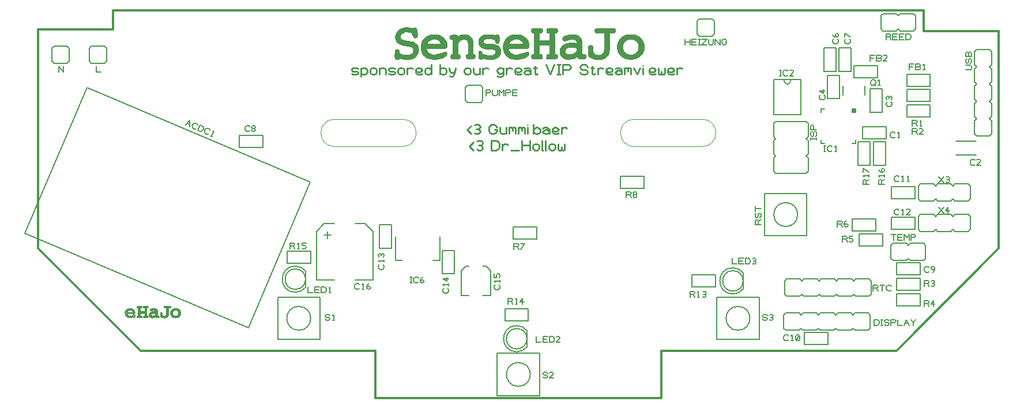
<source format=gbr>
G04 GENERATED BY PULSONIX 8.5 GERBER.DLL 5907*
G04 #@! TF.Part,Single*
%FSLAX35Y35*%
%LPD*%
%MOMM*%
G04 #@! TF.FileFunction,Legend,Top*
%ADD99C,0.00001*%
G04 #@! TA.AperFunction,NonMaterial*
%ADD101C,0.20320*%
%ADD103C,0.20000*%
G04 #@! TA.AperFunction,Profile*
%ADD175C,0.30000*%
G04 #@! TD.AperFunction*
%ADD176C,0.20000*%
%ADD188C,0.25000*%
G04 #@! TA.AperFunction,CutOut*
%ADD442C,0.05000*%
X0Y0D02*
D02*
D99*
X1797508Y1454800D02*
Y1339000D01*
X1802908Y1338700*
X1807408Y1338100*
X1810708Y1337500*
X1812808Y1336300*
X1814908Y1334200*
X1816408Y1331800*
X1817308Y1328800*
X1817608Y1325500*
X1817308Y1321900*
X1816708Y1318600*
X1815208Y1316200*
X1813108Y1314400*
X1811908Y1313500*
X1810408Y1312900*
X1808608Y1312300*
X1806208Y1312000*
X1803508Y1311700*
X1800508Y1311400*
X1797208Y1311100*
X1793308*
X1765108*
X1759408Y1311400*
X1754908Y1312000*
X1751008Y1312900*
X1748308Y1314400*
X1746508Y1316200*
X1745008Y1318600*
X1744108Y1321600*
X1743808Y1325200*
X1744108Y1329100*
X1745308Y1332100*
X1746808Y1334800*
X1749208Y1336900*
X1752208Y1338100*
X1755808Y1338700*
X1760008Y1339300*
X1765108Y1339600*
X1767208*
Y1376800*
X1703008*
Y1339600*
X1707808*
X1712008Y1339300*
X1715608Y1338700*
X1718908Y1337800*
X1721308Y1336300*
X1723708Y1334200*
X1725508Y1331800*
X1726408Y1328800*
X1726708Y1325500*
X1726408Y1321900*
X1725508Y1318600*
X1724308Y1316200*
X1722208Y1314400*
X1719808Y1312900*
X1716508Y1312000*
X1712008Y1311400*
X1706908Y1311100*
X1670908*
X1665808Y1311400*
X1661908Y1312000*
X1658608Y1313200*
X1656208Y1315000*
X1654708Y1317100*
X1653508Y1319500*
X1652608Y1322200*
X1652308Y1325500*
X1652908Y1329100*
X1653808Y1332100*
X1655308Y1334500*
X1657408Y1336300*
X1659808Y1337500*
X1663108Y1338400*
X1667308Y1339000*
X1672708*
Y1454800*
X1667308Y1455100*
X1663108Y1455700*
X1659808Y1456600*
X1657408Y1457800*
X1655308Y1459900*
X1653808Y1462300*
X1652908Y1465300*
X1652308Y1469200*
X1652608Y1472500*
X1653508Y1475200*
X1654708Y1477600*
X1656508Y1479700*
X1658908Y1481200*
X1661908Y1482100*
X1666108Y1483000*
X1671208Y1483300*
X1705708*
X1711108Y1483000*
X1715608Y1482400*
X1719208Y1481500*
X1721908Y1480600*
X1724008Y1478500*
X1725508Y1475800*
X1726408Y1472800*
X1726708Y1469200*
X1726408Y1465300*
X1725208Y1462300*
X1723408Y1459600*
X1721008Y1457500*
X1718008Y1456300*
X1714408Y1455400*
X1709908Y1454800*
X1704808*
X1703008*
Y1404400*
X1767208*
Y1454800*
X1762408*
X1758208Y1455100*
X1754308Y1455700*
X1751308Y1456600*
X1748908Y1457800*
X1746508Y1459900*
X1745008Y1462600*
X1744108Y1465600*
X1743808Y1469200*
X1744108Y1472800*
X1745008Y1475800*
X1746508Y1478500*
X1748908Y1480600*
X1751308Y1481500*
X1755208Y1482400*
X1760308Y1483000*
X1766308Y1483300*
X1799308*
X1804108Y1483000*
X1808308Y1482100*
X1811608Y1481200*
X1814008Y1479400*
X1815508Y1477600*
X1816708Y1475200*
X1817308Y1472500*
X1817608Y1469200*
X1817308Y1465600*
X1816708Y1462600*
X1815208Y1459900*
X1813108Y1457800*
X1811008Y1456600*
X1807408Y1455700*
X1802908Y1455100*
X1797508Y1454800*
G36*
Y1339000*
X1802908Y1338700*
X1807408Y1338100*
X1810708Y1337500*
X1812808Y1336300*
X1814908Y1334200*
X1816408Y1331800*
X1817308Y1328800*
X1817608Y1325500*
X1817308Y1321900*
X1816708Y1318600*
X1815208Y1316200*
X1813108Y1314400*
X1811908Y1313500*
X1810408Y1312900*
X1808608Y1312300*
X1806208Y1312000*
X1803508Y1311700*
X1800508Y1311400*
X1797208Y1311100*
X1793308*
X1765108*
X1759408Y1311400*
X1754908Y1312000*
X1751008Y1312900*
X1748308Y1314400*
X1746508Y1316200*
X1745008Y1318600*
X1744108Y1321600*
X1743808Y1325200*
X1744108Y1329100*
X1745308Y1332100*
X1746808Y1334800*
X1749208Y1336900*
X1752208Y1338100*
X1755808Y1338700*
X1760008Y1339300*
X1765108Y1339600*
X1767208*
Y1376800*
X1703008*
Y1339600*
X1707808*
X1712008Y1339300*
X1715608Y1338700*
X1718908Y1337800*
X1721308Y1336300*
X1723708Y1334200*
X1725508Y1331800*
X1726408Y1328800*
X1726708Y1325500*
X1726408Y1321900*
X1725508Y1318600*
X1724308Y1316200*
X1722208Y1314400*
X1719808Y1312900*
X1716508Y1312000*
X1712008Y1311400*
X1706908Y1311100*
X1670908*
X1665808Y1311400*
X1661908Y1312000*
X1658608Y1313200*
X1656208Y1315000*
X1654708Y1317100*
X1653508Y1319500*
X1652608Y1322200*
X1652308Y1325500*
X1652908Y1329100*
X1653808Y1332100*
X1655308Y1334500*
X1657408Y1336300*
X1659808Y1337500*
X1663108Y1338400*
X1667308Y1339000*
X1672708*
Y1454800*
X1667308Y1455100*
X1663108Y1455700*
X1659808Y1456600*
X1657408Y1457800*
X1655308Y1459900*
X1653808Y1462300*
X1652908Y1465300*
X1652308Y1469200*
X1652608Y1472500*
X1653508Y1475200*
X1654708Y1477600*
X1656508Y1479700*
X1658908Y1481200*
X1661908Y1482100*
X1666108Y1483000*
X1671208Y1483300*
X1705708*
X1711108Y1483000*
X1715608Y1482400*
X1719208Y1481500*
X1721908Y1480600*
X1724008Y1478500*
X1725508Y1475800*
X1726408Y1472800*
X1726708Y1469200*
X1726408Y1465300*
X1725208Y1462300*
X1723408Y1459600*
X1721008Y1457500*
X1718008Y1456300*
X1714408Y1455400*
X1709908Y1454800*
X1704808*
X1703008*
Y1404400*
X1767208*
Y1454800*
X1762408*
X1758208Y1455100*
X1754308Y1455700*
X1751308Y1456600*
X1748908Y1457800*
X1746508Y1459900*
X1745008Y1462600*
X1744108Y1465600*
X1743808Y1469200*
X1744108Y1472800*
X1745008Y1475800*
X1746508Y1478500*
X1748908Y1480600*
X1751308Y1481500*
X1755208Y1482400*
X1760308Y1483000*
X1766308Y1483300*
X1799308*
X1804108Y1483000*
X1808308Y1482100*
X1811608Y1481200*
X1814008Y1479400*
X1815508Y1477600*
X1816708Y1475200*
X1817308Y1472500*
X1817608Y1469200*
X1817308Y1465600*
X1816708Y1462600*
X1815208Y1459900*
X1813108Y1457800*
X1811008Y1456600*
X1807408Y1455700*
X1802908Y1455100*
X1797508Y1454800*
G37*
X1979308Y1327300D02*
X1979008Y1324300D01*
X1978108Y1321300*
X1976908Y1318900*
X1974808Y1317100*
X1972708Y1315300*
X1970008Y1314400*
X1967008Y1313500*
X1963708*
X1942408*
X1939708*
X1937308Y1314100*
X1935208Y1315300*
X1933108Y1316500*
X1930408Y1320700*
X1928608Y1326100*
Y1326400*
X1923808Y1323100*
X1919008Y1320400*
X1914208Y1317700*
X1909108Y1315600*
X1902208Y1313200*
X1895308Y1311100*
X1888108Y1310200*
X1880608Y1309900*
X1875508*
X1870108Y1310500*
X1865308Y1311700*
X1860808Y1312900*
X1856608Y1314700*
X1852408Y1316800*
X1848808Y1319500*
X1845208Y1322500*
X1841908Y1325800*
X1839208Y1329100*
X1836808Y1332700*
X1834708Y1336900*
X1833208Y1341100*
X1832008Y1345300*
X1831408Y1350100*
X1831108Y1354900*
X1831408Y1360600*
X1832308Y1366000*
X1833808Y1371100*
X1835908Y1375900*
X1838308Y1380400*
X1841608Y1384600*
X1845208Y1388200*
X1849708Y1391800*
X1854208Y1394800*
X1859308Y1397200*
X1864708Y1399300*
X1870708Y1401100*
X1877008Y1402600*
X1883608Y1403500*
X1890808Y1404100*
X1898308Y1404400*
X1906408Y1404100*
X1915108Y1403500*
X1926208Y1401700*
X1925608Y1406200*
X1924108Y1410400*
X1922308Y1413700*
X1919908Y1416400*
X1916608Y1419400*
X1912108Y1421200*
X1906708Y1422400*
X1900108Y1422700*
X1895308Y1422400*
X1889908Y1421500*
X1884208Y1419700*
X1877908Y1417300*
X1871908Y1414900*
X1866508Y1413100*
X1862308Y1411900*
X1859008Y1411600*
X1856308Y1411900*
X1853608Y1412800*
X1851508Y1414000*
X1849108Y1416100*
X1847608Y1418500*
X1846408Y1421200*
X1845808Y1424200*
X1845508Y1427200*
X1845808Y1430200*
X1846708Y1432600*
X1848208Y1435000*
X1850008Y1437400*
X1852708Y1439500*
X1855708Y1441300*
X1859308Y1443100*
X1863508Y1444900*
X1871908Y1447300*
X1881508Y1449400*
X1892008Y1450300*
X1903708Y1450600*
X1910008*
X1915708Y1450000*
X1921108Y1448800*
X1926208Y1447300*
X1931008Y1445500*
X1935508Y1443400*
X1939408Y1440700*
X1943008Y1437400*
X1946008Y1433800*
X1948708Y1429900*
X1951108Y1425700*
X1952908Y1421200*
X1954408Y1416100*
X1955608Y1410700*
X1956208Y1404700*
X1956508Y1398400*
Y1341400*
X1958608*
X1963708Y1341100*
X1967908Y1340500*
X1971208Y1339900*
X1973908Y1338700*
X1976308Y1336600*
X1978108Y1334200*
X1979008Y1331200*
X1979308Y1327300*
X1915408Y1376800D02*
X1909108Y1377400D01*
X1902208Y1377700*
X1892908Y1377400*
X1884808Y1376200*
X1877608Y1374100*
X1871608Y1371400*
X1869508Y1369900*
X1867408Y1368400*
X1865608Y1366600*
X1864408Y1364800*
X1863208Y1362700*
X1862308Y1360600*
X1862008Y1358500*
X1861708Y1356100*
X1862308Y1352800*
X1863208Y1350100*
X1865008Y1347400*
X1867708Y1345000*
X1871008Y1342600*
X1874908Y1340800*
X1879108Y1339900*
X1883908Y1339600*
X1891708Y1339900*
X1899508Y1341700*
X1906708Y1344400*
X1913608Y1348000*
X1916608Y1350100*
X1919008Y1351900*
X1921408Y1353700*
X1923208Y1355500*
X1924408Y1357300*
X1925308Y1359400*
X1925908Y1361200*
X1926208Y1363000*
Y1374700*
X1915408Y1376800*
X1956508Y1358650D02*
G36*
X1924987D01*
X1924408Y1357300*
X1923208Y1355500*
X1921408Y1353700*
X1919008Y1351900*
X1916608Y1350100*
X1913608Y1348000*
X1906708Y1344400*
X1899508Y1341700*
X1891708Y1339900*
X1883908Y1339600*
X1879108Y1339900*
X1874908Y1340800*
X1871008Y1342600*
X1867708Y1345000*
X1865008Y1347400*
X1863208Y1350100*
X1862308Y1352800*
X1861708Y1356100*
X1862008Y1358500*
X1862029Y1358650*
X1831305*
X1831108Y1354900*
X1831408Y1350100*
X1832008Y1345300*
X1833208Y1341100*
X1834708Y1336900*
X1836808Y1332700*
X1839208Y1329100*
X1841908Y1325800*
X1845208Y1322500*
X1848808Y1319500*
X1852408Y1316800*
X1856608Y1314700*
X1860808Y1312900*
X1865308Y1311700*
X1870108Y1310500*
X1875508Y1309900*
X1880608*
X1888108Y1310200*
X1895308Y1311100*
X1902208Y1313200*
X1909108Y1315600*
X1914208Y1317700*
X1919008Y1320400*
X1923808Y1323100*
X1928608Y1326400*
Y1326100*
X1930408Y1320700*
X1933108Y1316500*
X1935208Y1315300*
X1937308Y1314100*
X1939708Y1313500*
X1942408*
X1963708*
X1967008*
X1970008Y1314400*
X1972708Y1315300*
X1974808Y1317100*
X1976908Y1318900*
X1978108Y1321300*
X1979008Y1324300*
X1979308Y1327300*
X1979008Y1331200*
X1978108Y1334200*
X1976308Y1336600*
X1973908Y1338700*
X1971208Y1339900*
X1967908Y1340500*
X1963708Y1341100*
X1958608Y1341400*
X1956508*
Y1358650*
G37*
X1910008Y1450600D02*
G36*
X1903708D01*
X1892008Y1450300*
X1881508Y1449400*
X1871908Y1447300*
X1863508Y1444900*
X1859308Y1443100*
X1855708Y1441300*
X1852708Y1439500*
X1850008Y1437400*
X1848208Y1435000*
X1846708Y1432600*
X1845808Y1430200*
X1845508Y1427200*
X1845808Y1424200*
X1846408Y1421200*
X1847608Y1418500*
X1849108Y1416100*
X1851508Y1414000*
X1853608Y1412800*
X1856308Y1411900*
X1859008Y1411600*
X1862308Y1411900*
X1866508Y1413100*
X1871908Y1414900*
X1877908Y1417300*
X1884208Y1419700*
X1889908Y1421500*
X1895308Y1422400*
X1900108Y1422700*
X1906708Y1422400*
X1912108Y1421200*
X1916608Y1419400*
X1919908Y1416400*
X1922308Y1413700*
X1924108Y1410400*
X1925608Y1406200*
X1926208Y1401700*
X1915108Y1403500*
X1906408Y1404100*
X1898308Y1404400*
X1890808Y1404100*
X1883608Y1403500*
X1877008Y1402600*
X1870708Y1401100*
X1864708Y1399300*
X1859308Y1397200*
X1854208Y1394800*
X1849708Y1391800*
X1845208Y1388200*
X1841608Y1384600*
X1838308Y1380400*
X1835908Y1375900*
X1833808Y1371100*
X1832308Y1366000*
X1831408Y1360600*
X1831305Y1358650*
X1862029*
X1862308Y1360600*
X1863208Y1362700*
X1864408Y1364800*
X1865608Y1366600*
X1867408Y1368400*
X1869508Y1369900*
X1871608Y1371400*
X1877608Y1374100*
X1884808Y1376200*
X1892908Y1377400*
X1902208Y1377700*
X1909108Y1377400*
X1915408Y1376800*
X1926208Y1374700*
Y1363000*
X1925908Y1361200*
X1925308Y1359400*
X1924987Y1358650*
X1956508*
Y1398400*
X1956208Y1404700*
X1955608Y1410700*
X1954408Y1416100*
X1952908Y1421200*
X1951108Y1425700*
X1948708Y1429900*
X1946008Y1433800*
X1943008Y1437400*
X1939408Y1440700*
X1935508Y1443400*
X1931008Y1445500*
X1926208Y1447300*
X1921108Y1448800*
X1915708Y1450000*
X1910008Y1450600*
G37*
X2150608Y1469200D02*
X2150308Y1465300D01*
X2149108Y1462300*
X2147608Y1459600*
X2145508Y1457500*
X2143108Y1456300*
X2139808Y1455400*
X2135308Y1454800*
X2130208*
X2117008*
Y1372300*
Y1364500*
X2116108Y1357000*
X2115208Y1350100*
X2113408Y1344100*
X2111608Y1338400*
X2108908Y1333300*
X2106208Y1328500*
X2102608Y1324600*
X2098708Y1321000*
X2094208Y1318000*
X2089408Y1315300*
X2083708Y1313200*
X2077708Y1311400*
X2071408Y1310200*
X2064208Y1309600*
X2056708Y1309300*
X2050108Y1309600*
X2043808Y1310200*
X2037508Y1311100*
X2031508Y1312300*
X2025508Y1314100*
X2019508Y1316200*
X2013208Y1318900*
X2007208Y1321900*
X2004508Y1323400*
X2002408Y1325200*
X2000608Y1326700*
X1999408Y1328500*
X1998508Y1330300*
X1997908Y1333000*
X1997608Y1336300*
X1997308Y1339900*
Y1372000*
X1997608Y1377100*
X1998208Y1381300*
X1999108Y1384600*
X2000608Y1386700*
X2002408Y1388500*
X2004508Y1389700*
X2007208Y1390600*
X2010508Y1390900*
X2014708Y1390300*
X2018608Y1388500*
X2021608Y1386100*
X2023408Y1382800*
X2024908Y1378600*
Y1377400*
X2025208Y1375600*
Y1373500*
Y1371100*
Y1369600*
X2025508Y1362100*
X2025808Y1358500*
X2026708Y1355200*
X2028208Y1351000*
X2030608Y1347100*
X2033308Y1343800*
X2036608Y1340800*
X2040508Y1338400*
X2045008Y1336900*
X2050108Y1335700*
X2055508Y1335400*
X2063308Y1336000*
X2069908Y1337800*
X2075008Y1340500*
X2079208Y1344400*
X2081008Y1346800*
X2082508Y1349800*
X2083708Y1353100*
X2084608Y1356700*
X2085508Y1360900*
X2086108Y1365700*
X2086408Y1370500*
Y1375900*
Y1454800*
X2066608*
X2061208*
X2057008Y1455400*
X2053408Y1456300*
X2051008Y1457500*
X2048908Y1459600*
X2047108Y1462300*
X2046208Y1465300*
X2045908Y1469200*
X2046208Y1472500*
X2046808Y1475200*
X2048008Y1477600*
X2049508Y1479400*
X2051608Y1481200*
X2054008Y1482100*
X2057008Y1483000*
X2060308Y1483300*
X2136508*
X2139808Y1483000*
X2142508Y1482100*
X2144908Y1480900*
X2147008Y1479400*
X2148508Y1477300*
X2149708Y1474900*
X2150308Y1472200*
X2150608Y1469200*
G36*
X2150308Y1465300*
X2149108Y1462300*
X2147608Y1459600*
X2145508Y1457500*
X2143108Y1456300*
X2139808Y1455400*
X2135308Y1454800*
X2130208*
X2117008*
Y1372300*
Y1364500*
X2116108Y1357000*
X2115208Y1350100*
X2113408Y1344100*
X2111608Y1338400*
X2108908Y1333300*
X2106208Y1328500*
X2102608Y1324600*
X2098708Y1321000*
X2094208Y1318000*
X2089408Y1315300*
X2083708Y1313200*
X2077708Y1311400*
X2071408Y1310200*
X2064208Y1309600*
X2056708Y1309300*
X2050108Y1309600*
X2043808Y1310200*
X2037508Y1311100*
X2031508Y1312300*
X2025508Y1314100*
X2019508Y1316200*
X2013208Y1318900*
X2007208Y1321900*
X2004508Y1323400*
X2002408Y1325200*
X2000608Y1326700*
X1999408Y1328500*
X1998508Y1330300*
X1997908Y1333000*
X1997608Y1336300*
X1997308Y1339900*
Y1372000*
X1997608Y1377100*
X1998208Y1381300*
X1999108Y1384600*
X2000608Y1386700*
X2002408Y1388500*
X2004508Y1389700*
X2007208Y1390600*
X2010508Y1390900*
X2014708Y1390300*
X2018608Y1388500*
X2021608Y1386100*
X2023408Y1382800*
X2024908Y1378600*
Y1377400*
X2025208Y1375600*
Y1373500*
Y1371100*
Y1369600*
X2025508Y1362100*
X2025808Y1358500*
X2026708Y1355200*
X2028208Y1351000*
X2030608Y1347100*
X2033308Y1343800*
X2036608Y1340800*
X2040508Y1338400*
X2045008Y1336900*
X2050108Y1335700*
X2055508Y1335400*
X2063308Y1336000*
X2069908Y1337800*
X2075008Y1340500*
X2079208Y1344400*
X2081008Y1346800*
X2082508Y1349800*
X2083708Y1353100*
X2084608Y1356700*
X2085508Y1360900*
X2086108Y1365700*
X2086408Y1370500*
Y1375900*
Y1454800*
X2066608*
X2061208*
X2057008Y1455400*
X2053408Y1456300*
X2051008Y1457500*
X2048908Y1459600*
X2047108Y1462300*
X2046208Y1465300*
X2045908Y1469200*
X2046208Y1472500*
X2046808Y1475200*
X2048008Y1477600*
X2049508Y1479400*
X2051608Y1481200*
X2054008Y1482100*
X2057008Y1483000*
X2060308Y1483300*
X2136508*
X2139808Y1483000*
X2142508Y1482100*
X2144908Y1480900*
X2147008Y1479400*
X2148508Y1477300*
X2149708Y1474900*
X2150308Y1472200*
X2150608Y1469200*
G37*
X2295808Y1380400D02*
X2295508Y1372900D01*
X2294608Y1365700*
X2292808Y1358800*
X2290708Y1352200*
X2287708Y1345900*
X2284108Y1340200*
X2279608Y1334800*
X2274808Y1329700*
X2269408Y1324900*
X2263408Y1321000*
X2257108Y1317400*
X2250508Y1314700*
X2243608Y1312600*
X2236108Y1311100*
X2228308Y1310200*
X2220208Y1309900*
X2212108Y1310200*
X2204308Y1311100*
X2197108Y1312600*
X2189908Y1314700*
X2183308Y1317400*
X2177008Y1321000*
X2171308Y1324900*
X2165908Y1329700*
X2160808Y1334800*
X2156608Y1340200*
X2153008Y1345900*
X2150008Y1352200*
X2147608Y1358800*
X2145808Y1365400*
X2144908Y1372600*
X2144608Y1380100*
X2144908Y1387900*
X2145808Y1395100*
X2147608Y1401700*
X2150008Y1408300*
X2153008Y1414600*
X2156608Y1420300*
X2160808Y1425700*
X2165908Y1430800*
X2171308Y1435600*
X2177008Y1439500*
X2183308Y1443100*
X2189908Y1445800*
X2197108Y1447900*
X2204308Y1449400*
X2212108Y1450300*
X2220208Y1450600*
X2228308Y1450300*
X2236108Y1449400*
X2243608Y1447900*
X2250508Y1445800*
X2257108Y1443100*
X2263408Y1439500*
X2269408Y1435600*
X2274808Y1430800*
X2279608Y1425700*
X2284108Y1420300*
X2287708Y1414600*
X2290708Y1408300*
X2292808Y1402000*
X2294608Y1395100*
X2295508Y1387900*
X2295808Y1380400*
X2177608D02*
Y1375900D01*
X2178208Y1371400*
X2179108Y1367200*
X2180608Y1363300*
X2182108Y1359400*
X2184208Y1356100*
X2186608Y1352800*
X2189308Y1349500*
X2192608Y1346800*
X2195908Y1344400*
X2199508Y1342300*
X2203108Y1340800*
X2207008Y1339300*
X2211208Y1338400*
X2215708Y1337800*
X2220208*
X2225008*
X2229208Y1338400*
X2233408Y1339300*
X2237608Y1340800*
X2241208Y1342300*
X2244808Y1344400*
X2248108Y1346800*
X2251408Y1349500*
X2254108Y1352800*
X2256808Y1356100*
X2258608Y1359400*
X2260408Y1363300*
X2261908Y1367200*
X2262808Y1371400*
X2263408Y1375600*
Y1380100*
Y1384900*
X2262808Y1389100*
X2261908Y1393300*
X2260408Y1397200*
X2258608Y1401100*
X2256808Y1404700*
X2254108Y1408000*
X2251408Y1411000*
X2248108Y1414000*
X2244808Y1416400*
X2241208Y1418500*
X2237608Y1420300*
X2233408Y1421500*
X2229208Y1422400*
X2225008Y1423000*
X2220208Y1423300*
X2215708Y1423000*
X2211208Y1422400*
X2207008Y1421500*
X2203108Y1420300*
X2199508Y1418500*
X2195908Y1416400*
X2192608Y1414000*
X2189308Y1411000*
X2186608Y1408000*
X2184208Y1404700*
X2182108Y1401100*
X2180608Y1397500*
X2179108Y1393300*
X2178208Y1389400*
X2177608Y1384900*
Y1380400*
X2263408Y1380550D02*
G36*
Y1380100D01*
Y1375600*
X2262808Y1371400*
X2261908Y1367200*
X2260408Y1363300*
X2258608Y1359400*
X2256808Y1356100*
X2254108Y1352800*
X2251408Y1349500*
X2248108Y1346800*
X2244808Y1344400*
X2241208Y1342300*
X2237608Y1340800*
X2233408Y1339300*
X2229208Y1338400*
X2225008Y1337800*
X2220208*
X2215708*
X2211208Y1338400*
X2207008Y1339300*
X2203108Y1340800*
X2199508Y1342300*
X2195908Y1344400*
X2192608Y1346800*
X2189308Y1349500*
X2186608Y1352800*
X2184208Y1356100*
X2182108Y1359400*
X2180608Y1363300*
X2179108Y1367200*
X2178208Y1371400*
X2177608Y1375900*
Y1380400*
Y1380550*
X2144625*
X2144608Y1380100*
X2144908Y1372600*
X2145808Y1365400*
X2147608Y1358800*
X2150008Y1352200*
X2153008Y1345900*
X2156608Y1340200*
X2160808Y1334800*
X2165908Y1329700*
X2171308Y1324900*
X2177008Y1321000*
X2183308Y1317400*
X2189908Y1314700*
X2197108Y1312600*
X2204308Y1311100*
X2212108Y1310200*
X2220208Y1309900*
X2228308Y1310200*
X2236108Y1311100*
X2243608Y1312600*
X2250508Y1314700*
X2257108Y1317400*
X2263408Y1321000*
X2269408Y1324900*
X2274808Y1329700*
X2279608Y1334800*
X2284108Y1340200*
X2287708Y1345900*
X2290708Y1352200*
X2292808Y1358800*
X2294608Y1365700*
X2295508Y1372900*
X2295808Y1380400*
X2295802Y1380550*
X2263408*
G37*
X2220208Y1450600D02*
G36*
X2212108Y1450300D01*
X2204308Y1449400*
X2197108Y1447900*
X2189908Y1445800*
X2183308Y1443100*
X2177008Y1439500*
X2171308Y1435600*
X2165908Y1430800*
X2160808Y1425700*
X2156608Y1420300*
X2153008Y1414600*
X2150008Y1408300*
X2147608Y1401700*
X2145808Y1395100*
X2144908Y1387900*
X2144625Y1380550*
X2177608*
Y1384900*
X2178208Y1389400*
X2179108Y1393300*
X2180608Y1397500*
X2182108Y1401100*
X2184208Y1404700*
X2186608Y1408000*
X2189308Y1411000*
X2192608Y1414000*
X2195908Y1416400*
X2199508Y1418500*
X2203108Y1420300*
X2207008Y1421500*
X2211208Y1422400*
X2215708Y1423000*
X2220208Y1423300*
X2225008Y1423000*
X2229208Y1422400*
X2233408Y1421500*
X2237608Y1420300*
X2241208Y1418500*
X2244808Y1416400*
X2248108Y1414000*
X2251408Y1411000*
X2254108Y1408000*
X2256808Y1404700*
X2258608Y1401100*
X2260408Y1397200*
X2261908Y1393300*
X2262808Y1389100*
X2263408Y1384900*
Y1380550*
X2295802*
X2295508Y1387900*
X2294608Y1395100*
X2292808Y1402000*
X2290708Y1408300*
X2287708Y1414600*
X2284108Y1420300*
X2279608Y1425700*
X2274808Y1430800*
X2269408Y1435600*
X2263408Y1439500*
X2257108Y1443100*
X2250508Y1445800*
X2243608Y1447900*
X2236108Y1449400*
X2228308Y1450300*
X2220208Y1450600*
G37*
X1593808Y1358200D02*
X1597708Y1360300D01*
X1601908Y1361500*
X1606408Y1362100*
X1610908Y1361500*
X1615108Y1360300*
X1619008Y1358200*
X1622308Y1355500*
X1625308Y1351900*
X1627408Y1347700*
X1628608Y1343800*
X1628908Y1339300*
X1628608Y1334800*
X1627408Y1330300*
X1625308Y1326400*
X1622608Y1323100*
X1619008Y1320400*
X1614808Y1318300*
X1610608Y1316800*
X1606408Y1316500*
X1601908Y1317100*
X1595608Y1319200*
X1588108Y1316500*
X1580308Y1314400*
X1573108Y1312600*
X1565608Y1311700*
X1558108Y1311100*
X1550608*
X1542808Y1311400*
X1535608Y1312300*
X1528408Y1313800*
X1521808Y1315600*
X1515508Y1318300*
X1509808Y1321600*
X1504408Y1325200*
X1499308Y1329700*
X1495708Y1333300*
X1492708Y1337200*
X1489708Y1341400*
X1487308Y1345900*
X1485208Y1350700*
X1483408Y1355500*
X1481908Y1360600*
X1481008Y1366000*
X1478908Y1368400*
X1477108Y1370500*
X1475608Y1373200*
X1474708Y1375600*
X1474108Y1378300*
X1473808Y1381300*
Y1384000*
X1474108Y1387300*
X1475308Y1391200*
X1477408Y1395100*
X1479808Y1398400*
X1483108Y1401100*
X1486108Y1409200*
X1490008Y1416700*
X1494808Y1423600*
X1500808Y1429900*
X1505908Y1434400*
X1511908Y1438300*
X1517908Y1441600*
X1524508Y1444300*
X1531408Y1446400*
X1538608Y1447600*
X1546108Y1448500*
X1554208Y1448800*
X1561408*
X1568608Y1447900*
X1575208Y1446400*
X1581508Y1444300*
X1587508Y1441900*
X1592908Y1438900*
X1598308Y1435000*
X1603408Y1430800*
X1607908Y1426300*
X1612108Y1421200*
X1615408Y1416100*
X1618108Y1410400*
X1620508Y1404700*
X1622008Y1399000*
X1622908Y1392700*
X1623208Y1386400*
X1622908Y1382200*
X1622308Y1378900*
X1620808Y1376200*
X1619008Y1374100*
X1617808Y1373500*
X1616308Y1372900*
X1614508Y1372300*
X1612108Y1371700*
X1609708Y1371400*
X1606708Y1371100*
X1603408*
X1599808*
X1515508*
X1513408Y1368100*
X1510708Y1365100*
X1512208Y1359400*
X1514608Y1354300*
X1517608Y1349800*
X1521508Y1345900*
X1524508Y1343500*
X1527508Y1341400*
X1531108Y1339900*
X1535008Y1338400*
X1538908Y1337200*
X1543408Y1336600*
X1547908Y1336000*
X1553008*
X1560208Y1336300*
X1567708Y1337800*
X1575508Y1339900*
X1583908Y1343200*
Y1343500*
X1585408Y1348000*
X1587508Y1351900*
X1590508Y1355200*
X1593808Y1358200*
X1525408Y1416100D02*
X1521508Y1412500D01*
X1517908Y1408300*
X1514908Y1403500*
X1512508Y1398400*
X1515508Y1394800*
X1592008Y1394500*
X1590508Y1400800*
X1588108Y1406200*
X1584808Y1411300*
X1580308Y1415500*
X1574608Y1419400*
X1568608Y1422400*
X1561708Y1423900*
X1554208Y1424500*
X1546108Y1424200*
X1538608Y1422400*
X1531708Y1419700*
X1525408Y1416100*
X1502608Y1373500D02*
X1504408Y1375000D01*
X1505608Y1376500*
X1506808Y1378300*
X1507408Y1380400*
X1507708Y1382800*
X1507408Y1384900*
X1506808Y1386700*
X1505608Y1388800*
X1504108Y1390600*
X1502608Y1391800*
X1500508Y1393000*
X1498408Y1393600*
X1496308Y1393900*
X1494208Y1393600*
X1492108Y1393000*
X1490008Y1392100*
X1488508Y1390600*
X1487008Y1389100*
X1486108Y1387000*
X1485508Y1384900*
X1485208Y1382800*
Y1380700*
X1485808Y1378600*
X1487008Y1376500*
X1488208Y1375000*
X1490008Y1373500*
X1491808Y1372600*
X1493908Y1372000*
X1496308Y1371700*
X1498408Y1372000*
X1500508Y1372600*
X1502608Y1373500*
X1612708Y1330000D02*
X1614208Y1331500D01*
X1615708Y1333300*
X1616608Y1335100*
X1617208Y1337200*
X1617508Y1339600*
Y1341700*
X1616908Y1343500*
X1615708Y1345600*
X1614508Y1347400*
X1612708Y1348600*
X1610908Y1349800*
X1608508Y1350400*
X1606108*
X1604008*
X1601908Y1349500*
X1600108Y1348600*
X1598308Y1347100*
X1596808Y1345300*
X1595908Y1343500*
X1595308Y1341400*
X1595008Y1339000*
X1595308Y1336900*
X1595908Y1334800*
X1597108Y1333000*
X1598608Y1331200*
X1600108Y1330000*
X1602208Y1328800*
X1604308Y1328200*
X1606408Y1327900*
X1608508Y1328200*
X1610608Y1328800*
X1612708Y1330000*
X1628898Y1339150D02*
G36*
X1617452D01*
X1617208Y1337200*
X1616608Y1335100*
X1615708Y1333300*
X1614208Y1331500*
X1612708Y1330000*
X1610608Y1328800*
X1608508Y1328200*
X1606408Y1327900*
X1604308Y1328200*
X1602208Y1328800*
X1600108Y1330000*
X1598608Y1331200*
X1597108Y1333000*
X1595908Y1334800*
X1595308Y1336900*
X1595008Y1339000*
X1595027Y1339150*
X1572722*
X1567708Y1337800*
X1560208Y1336300*
X1553008Y1336000*
X1547908*
X1543408Y1336600*
X1538908Y1337200*
X1535008Y1338400*
X1533058Y1339150*
X1491315*
X1492708Y1337200*
X1495708Y1333300*
X1499308Y1329700*
X1504408Y1325200*
X1509808Y1321600*
X1515508Y1318300*
X1521808Y1315600*
X1528408Y1313800*
X1535608Y1312300*
X1542808Y1311400*
X1550608Y1311100*
X1558108*
X1565608Y1311700*
X1573108Y1312600*
X1580308Y1314400*
X1588108Y1316500*
X1595608Y1319200*
X1601908Y1317100*
X1606408Y1316500*
X1610608Y1316800*
X1614808Y1318300*
X1619008Y1320400*
X1622608Y1323100*
X1625308Y1326400*
X1627408Y1330300*
X1628608Y1334800*
X1628898Y1339150*
G37*
X1622951Y1382800D02*
G36*
X1507708D01*
X1507408Y1380400*
X1506808Y1378300*
X1505608Y1376500*
X1504408Y1375000*
X1502608Y1373500*
X1500508Y1372600*
X1498408Y1372000*
X1496308Y1371700*
X1493908Y1372000*
X1491808Y1372600*
X1490008Y1373500*
X1488208Y1375000*
X1487008Y1376500*
X1485808Y1378600*
X1485208Y1380700*
Y1382800*
X1473808*
Y1381300*
X1474108Y1378300*
X1474708Y1375600*
X1475608Y1373200*
X1477108Y1370500*
X1478908Y1368400*
X1481008Y1366000*
X1481908Y1360600*
X1483408Y1355500*
X1485208Y1350700*
X1487308Y1345900*
X1489708Y1341400*
X1491315Y1339150*
X1533058*
X1531108Y1339900*
X1527508Y1341400*
X1524508Y1343500*
X1521508Y1345900*
X1517608Y1349800*
X1514608Y1354300*
X1512208Y1359400*
X1510708Y1365100*
X1513408Y1368100*
X1515508Y1371100*
X1599808*
X1603408*
X1606708*
X1609708Y1371400*
X1612108Y1371700*
X1614508Y1372300*
X1616308Y1372900*
X1617808Y1373500*
X1619008Y1374100*
X1620808Y1376200*
X1622308Y1378900*
X1622908Y1382200*
X1622951Y1382800*
G37*
X1628908Y1339300D02*
G36*
X1628608Y1343800D01*
X1627408Y1347700*
X1625308Y1351900*
X1622308Y1355500*
X1619008Y1358200*
X1615108Y1360300*
X1610908Y1361500*
X1606408Y1362100*
X1601908Y1361500*
X1597708Y1360300*
X1593808Y1358200*
X1590508Y1355200*
X1587508Y1351900*
X1585408Y1348000*
X1583908Y1343500*
Y1343200*
X1575508Y1339900*
X1572722Y1339150*
X1595027*
X1595308Y1341400*
X1595908Y1343500*
X1596808Y1345300*
X1598308Y1347100*
X1600108Y1348600*
X1601908Y1349500*
X1604008Y1350400*
X1606108*
X1608508*
X1610908Y1349800*
X1612708Y1348600*
X1614508Y1347400*
X1615708Y1345600*
X1616908Y1343500*
X1617508Y1341700*
Y1339600*
X1617452Y1339150*
X1628898*
X1628908Y1339300*
G37*
X1618487Y1409500D02*
G36*
X1585973D01*
X1588108Y1406200*
X1590508Y1400800*
X1592008Y1394500*
X1515508Y1394800*
X1512508Y1398400*
X1514908Y1403500*
X1517908Y1408300*
X1518937Y1409500*
X1486264*
X1486108Y1409200*
X1483108Y1401100*
X1479808Y1398400*
X1477408Y1395100*
X1475308Y1391200*
X1474108Y1387300*
X1473808Y1384000*
Y1382800*
X1485208*
X1485508Y1384900*
X1486108Y1387000*
X1487008Y1389100*
X1488508Y1390600*
X1490008Y1392100*
X1492108Y1393000*
X1494208Y1393600*
X1496308Y1393900*
X1498408Y1393600*
X1500508Y1393000*
X1502608Y1391800*
X1504108Y1390600*
X1505608Y1388800*
X1506808Y1386700*
X1507408Y1384900*
X1507708Y1382800*
X1622951*
X1623208Y1386400*
X1622908Y1392700*
X1622008Y1399000*
X1620508Y1404700*
X1618487Y1409500*
G37*
X1561408Y1448800D02*
G36*
X1554208D01*
X1546108Y1448500*
X1538608Y1447600*
X1531408Y1446400*
X1524508Y1444300*
X1517908Y1441600*
X1511908Y1438300*
X1505908Y1434400*
X1500808Y1429900*
X1494808Y1423600*
X1490008Y1416700*
X1486264Y1409500*
X1518937*
X1521508Y1412500*
X1525408Y1416100*
X1531708Y1419700*
X1538608Y1422400*
X1546108Y1424200*
X1554208Y1424500*
X1561708Y1423900*
X1568608Y1422400*
X1574608Y1419400*
X1580308Y1415500*
X1584808Y1411300*
X1585973Y1409500*
X1618487*
X1618108Y1410400*
X1615408Y1416100*
X1612108Y1421200*
X1607908Y1426300*
X1603408Y1430800*
X1598308Y1435000*
X1592908Y1438900*
X1587508Y1441900*
X1581508Y1444300*
X1575208Y1446400*
X1568608Y1447900*
X1561408Y1448800*
G37*
X5614508Y5103800D02*
X5603708D01*
X5588408Y5104700*
X5555108Y5111900*
X5537108Y5117300*
X5516408Y5125400*
X5512808Y5118200*
X5505608Y5113700*
X5494808Y5110100*
X5487608Y5109200*
X5480408*
X5475908*
X5468708Y5108300*
X5463308Y5107400*
X5459708Y5108300*
X5455208Y5109200*
X5452508Y5111900*
X5442608Y5127200*
X5439908Y5147000*
X5443508Y5215400*
X5444408Y5225300*
X5445308Y5233400*
X5447108Y5240600*
X5448908Y5245100*
X5452508Y5249600*
X5457908Y5253200*
X5464208Y5255000*
X5473208Y5255900*
X5480408Y5255000*
X5485808Y5254100*
X5491208Y5251400*
X5495708Y5248700*
X5498408Y5244200*
X5501108Y5238800*
X5502008Y5233400*
Y5226200*
Y5208200*
X5504708Y5204600*
X5508308Y5201000*
X5512808Y5197400*
X5518208Y5193800*
X5525408Y5190200*
X5532608Y5186600*
X5541608Y5182100*
X5550608Y5178500*
X5556008Y5176700*
X5561408Y5174900*
X5568608Y5174000*
X5576708Y5173100*
X5584808Y5172200*
X5594708Y5171300*
X5605508*
X5617208*
X5637908Y5172200*
X5655908Y5175800*
X5672108Y5182100*
X5686508Y5190200*
X5698208Y5200100*
X5706308Y5212700*
X5710808Y5226200*
X5712608Y5241500*
X5711708Y5250500*
X5709908Y5259500*
X5706308Y5267600*
X5701808Y5274800*
X5696408Y5281100*
X5689208Y5286500*
X5680208Y5291900*
X5670308Y5296400*
X5632508Y5301800*
X5593808Y5309000*
X5576708Y5312600*
X5560508Y5316200*
X5545208Y5320700*
X5531708Y5324300*
X5520008Y5328800*
X5510108Y5333300*
X5501108Y5337800*
X5493908Y5342300*
X5482208Y5351300*
X5473208Y5360300*
X5465108Y5371100*
X5458808Y5382800*
X5453408Y5395400*
X5449808Y5408900*
X5448008Y5423300*
X5447108Y5438600*
X5448008Y5453000*
X5449808Y5466500*
X5454308Y5480000*
X5459708Y5492600*
X5466008Y5504300*
X5475008Y5516000*
X5484908Y5527700*
X5496608Y5537600*
X5509208Y5547500*
X5521808Y5555600*
X5536208Y5562800*
X5550608Y5568200*
X5565008Y5572700*
X5581208Y5576300*
X5597408Y5578100*
X5614508Y5579000*
X5629808Y5578100*
X5649608Y5574500*
X5673008Y5569100*
X5699108Y5561000*
X5703608Y5567300*
X5709908Y5571800*
X5718008Y5574500*
X5727908Y5575400*
X5736908Y5574500*
X5744108Y5573600*
X5750408Y5570900*
X5754908Y5568200*
X5759408Y5563700*
X5762108Y5557400*
X5764808Y5549300*
X5767508Y5539400*
X5772008Y5459300*
Y5451200*
X5770208Y5444000*
X5768408Y5437700*
X5763908Y5432300*
X5758508Y5428700*
X5752208Y5425100*
X5745008Y5424200*
X5736008Y5423300*
X5728808Y5424200*
X5721608Y5428700*
X5715308Y5435900*
X5709008Y5445800*
X5698208Y5473700*
X5693708Y5482700*
X5687408Y5489900*
X5679308Y5496200*
X5669408Y5501600*
X5657708Y5506100*
X5644208Y5508800*
X5628908Y5510600*
X5611808Y5511500*
X5592908Y5510600*
X5576708Y5506100*
X5561408Y5500700*
X5547908Y5491700*
X5537108Y5480900*
X5529008Y5469200*
X5524508Y5455700*
X5522708Y5440400*
X5523608Y5432300*
X5525408Y5424200*
X5528108Y5417900*
X5532608Y5411600*
X5538008Y5406200*
X5545208Y5400800*
X5553308Y5396300*
X5562308Y5392700*
X5626208Y5381000*
X5694608Y5368400*
X5716208Y5360300*
X5735108Y5350400*
X5751308Y5338700*
X5764808Y5324300*
X5774708Y5308100*
X5782808Y5290100*
X5786408Y5269400*
X5788208Y5247800*
X5787308Y5231600*
X5785508Y5216300*
X5781008Y5201900*
X5776508Y5188400*
X5769308Y5175800*
X5761208Y5164100*
X5751308Y5153300*
X5739608Y5143400*
X5727008Y5133500*
X5713508Y5126300*
X5699108Y5119100*
X5683808Y5113700*
X5668508Y5109200*
X5651408Y5106500*
X5633408Y5104700*
X5614508Y5103800*
G36*
X5603708*
X5588408Y5104700*
X5555108Y5111900*
X5537108Y5117300*
X5516408Y5125400*
X5512808Y5118200*
X5505608Y5113700*
X5494808Y5110100*
X5487608Y5109200*
X5480408*
X5475908*
X5468708Y5108300*
X5463308Y5107400*
X5459708Y5108300*
X5455208Y5109200*
X5452508Y5111900*
X5442608Y5127200*
X5439908Y5147000*
X5443508Y5215400*
X5444408Y5225300*
X5445308Y5233400*
X5447108Y5240600*
X5448908Y5245100*
X5452508Y5249600*
X5457908Y5253200*
X5464208Y5255000*
X5473208Y5255900*
X5480408Y5255000*
X5485808Y5254100*
X5491208Y5251400*
X5495708Y5248700*
X5498408Y5244200*
X5501108Y5238800*
X5502008Y5233400*
Y5226200*
Y5208200*
X5504708Y5204600*
X5508308Y5201000*
X5512808Y5197400*
X5518208Y5193800*
X5525408Y5190200*
X5532608Y5186600*
X5541608Y5182100*
X5550608Y5178500*
X5556008Y5176700*
X5561408Y5174900*
X5568608Y5174000*
X5576708Y5173100*
X5584808Y5172200*
X5594708Y5171300*
X5605508*
X5617208*
X5637908Y5172200*
X5655908Y5175800*
X5672108Y5182100*
X5686508Y5190200*
X5698208Y5200100*
X5706308Y5212700*
X5710808Y5226200*
X5712608Y5241500*
X5711708Y5250500*
X5709908Y5259500*
X5706308Y5267600*
X5701808Y5274800*
X5696408Y5281100*
X5689208Y5286500*
X5680208Y5291900*
X5670308Y5296400*
X5632508Y5301800*
X5593808Y5309000*
X5576708Y5312600*
X5560508Y5316200*
X5545208Y5320700*
X5531708Y5324300*
X5520008Y5328800*
X5510108Y5333300*
X5501108Y5337800*
X5493908Y5342300*
X5482208Y5351300*
X5473208Y5360300*
X5465108Y5371100*
X5458808Y5382800*
X5453408Y5395400*
X5449808Y5408900*
X5448008Y5423300*
X5447108Y5438600*
X5448008Y5453000*
X5449808Y5466500*
X5454308Y5480000*
X5459708Y5492600*
X5466008Y5504300*
X5475008Y5516000*
X5484908Y5527700*
X5496608Y5537600*
X5509208Y5547500*
X5521808Y5555600*
X5536208Y5562800*
X5550608Y5568200*
X5565008Y5572700*
X5581208Y5576300*
X5597408Y5578100*
X5614508Y5579000*
X5629808Y5578100*
X5649608Y5574500*
X5673008Y5569100*
X5699108Y5561000*
X5703608Y5567300*
X5709908Y5571800*
X5718008Y5574500*
X5727908Y5575400*
X5736908Y5574500*
X5744108Y5573600*
X5750408Y5570900*
X5754908Y5568200*
X5759408Y5563700*
X5762108Y5557400*
X5764808Y5549300*
X5767508Y5539400*
X5772008Y5459300*
Y5451200*
X5770208Y5444000*
X5768408Y5437700*
X5763908Y5432300*
X5758508Y5428700*
X5752208Y5425100*
X5745008Y5424200*
X5736008Y5423300*
X5728808Y5424200*
X5721608Y5428700*
X5715308Y5435900*
X5709008Y5445800*
X5698208Y5473700*
X5693708Y5482700*
X5687408Y5489900*
X5679308Y5496200*
X5669408Y5501600*
X5657708Y5506100*
X5644208Y5508800*
X5628908Y5510600*
X5611808Y5511500*
X5592908Y5510600*
X5576708Y5506100*
X5561408Y5500700*
X5547908Y5491700*
X5537108Y5480900*
X5529008Y5469200*
X5524508Y5455700*
X5522708Y5440400*
X5523608Y5432300*
X5525408Y5424200*
X5528108Y5417900*
X5532608Y5411600*
X5538008Y5406200*
X5545208Y5400800*
X5553308Y5396300*
X5562308Y5392700*
X5626208Y5381000*
X5694608Y5368400*
X5716208Y5360300*
X5735108Y5350400*
X5751308Y5338700*
X5764808Y5324300*
X5774708Y5308100*
X5782808Y5290100*
X5786408Y5269400*
X5788208Y5247800*
X5787308Y5231600*
X5785508Y5216300*
X5781008Y5201900*
X5776508Y5188400*
X5769308Y5175800*
X5761208Y5164100*
X5751308Y5153300*
X5739608Y5143400*
X5727008Y5133500*
X5713508Y5126300*
X5699108Y5119100*
X5683808Y5113700*
X5668508Y5109200*
X5651408Y5106500*
X5633408Y5104700*
X5614508Y5103800*
G37*
X6142808Y5266700D02*
X5905208D01*
X5906108Y5257700*
X5908808Y5247800*
X5911508Y5239700*
X5916008Y5230700*
X5921408Y5221700*
X5927708Y5213600*
X5935808Y5205500*
X5943908Y5197400*
X5957408Y5188400*
X5974508Y5182100*
X5994308Y5178500*
X6018608Y5177600*
X6024008*
X6031208Y5178500*
X6040208Y5180300*
X6051008Y5183000*
X6062708Y5186600*
X6077108Y5190200*
X6092408Y5194700*
X6109508Y5199200*
X6126608Y5204600*
X6141008Y5209100*
X6151808Y5212700*
X6160808Y5216300*
X6167108Y5219000*
X6170708Y5219900*
X6171608Y5221700*
X6169808*
X6177008Y5220800*
X6183308Y5219900*
X6188708Y5217200*
X6194108Y5213600*
X6197708Y5209100*
X6200408Y5203700*
X6203108Y5197400*
X6204008Y5190200*
Y5183000*
X6201308Y5176700*
X6198608Y5170400*
X6193208Y5164100*
X6186908Y5157800*
X6179708Y5152400*
X6170708Y5146100*
X6160808Y5140700*
X6145508Y5133500*
X6128408Y5127200*
X6111308Y5121800*
X6093308Y5117300*
X6074408Y5113700*
X6055508Y5111000*
X6034808Y5110100*
X6014108Y5109200*
X5992508Y5110100*
X5972708Y5111900*
X5953808Y5116400*
X5935808Y5120900*
X5919608Y5128100*
X5903408Y5136200*
X5889008Y5146100*
X5875508Y5157800*
X5863808Y5170400*
X5853008Y5183900*
X5844008Y5199200*
X5836808Y5215400*
X5831408Y5231600*
X5827808Y5249600*
X5825108Y5269400*
X5824208Y5289200*
X5825108Y5309900*
X5827808Y5328800*
X5832308Y5347700*
X5837708Y5364800*
X5845808Y5381900*
X5854808Y5397200*
X5865608Y5410700*
X5879108Y5424200*
X5892608Y5435900*
X5907908Y5446700*
X5924108Y5455700*
X5942108Y5462900*
X5960108Y5468300*
X5979908Y5471900*
X5999708Y5474600*
X6021308Y5475500*
X6040208Y5474600*
X6059108Y5472800*
X6076208Y5468300*
X6093308Y5463800*
X6109508Y5456600*
X6124808Y5448500*
X6139208Y5438600*
X6153608Y5427800*
X6166208Y5415200*
X6177008Y5401700*
X6186008Y5388200*
X6194108Y5373800*
X6199508Y5359400*
X6204008Y5343200*
X6206708Y5327000*
X6207608Y5309900*
X6206708Y5299100*
X6204008Y5289200*
X6199508Y5282000*
X6193208Y5276600*
X6184208Y5272100*
X6173408Y5269400*
X6159908Y5267600*
X6142808Y5266700*
X6021308Y5408900D02*
X6001508Y5408000D01*
X5982608Y5404400*
X5965508Y5398100*
X5951108Y5390000*
X5937608Y5379200*
X5926808Y5365700*
X5916908Y5350400*
X5909708Y5332400*
X6120308*
X6115808Y5348600*
X6108608Y5363000*
X6098708Y5376500*
X6086108Y5387300*
X6071708Y5397200*
X6056408Y5403500*
X6039308Y5407100*
X6021308Y5408900*
X6195289Y5370650D02*
G36*
X6102998D01*
X6108608Y5363000*
X6115808Y5348600*
X6120308Y5332400*
X5909708*
X5916908Y5350400*
X5926808Y5365700*
X5930768Y5370650*
X5840479*
X5837708Y5364800*
X5832308Y5347700*
X5827808Y5328800*
X5825108Y5309900*
X5824208Y5289200*
X5825108Y5269400*
X5827808Y5249600*
X5831408Y5231600*
X5836808Y5215400*
X5844008Y5199200*
X5853008Y5183900*
X5863808Y5170400*
X5875508Y5157800*
X5889008Y5146100*
X5903408Y5136200*
X5919608Y5128100*
X5935808Y5120900*
X5953808Y5116400*
X5972708Y5111900*
X5992508Y5110100*
X6014108Y5109200*
X6034808Y5110100*
X6055508Y5111000*
X6074408Y5113700*
X6093308Y5117300*
X6111308Y5121800*
X6128408Y5127200*
X6145508Y5133500*
X6160808Y5140700*
X6170708Y5146100*
X6179708Y5152400*
X6186908Y5157800*
X6193208Y5164100*
X6198608Y5170400*
X6201308Y5176700*
X6204008Y5183000*
Y5190200*
X6203108Y5197400*
X6200408Y5203700*
X6197708Y5209100*
X6194108Y5213600*
X6188708Y5217200*
X6183308Y5219900*
X6177008Y5220800*
X6171502Y5221488*
X6170708Y5219900*
X6167108Y5219000*
X6160808Y5216300*
X6151808Y5212700*
X6141008Y5209100*
X6126608Y5204600*
X6109508Y5199200*
X6092408Y5194700*
X6077108Y5190200*
X6062708Y5186600*
X6051008Y5183000*
X6040208Y5180300*
X6031208Y5178500*
X6024008Y5177600*
X6018608*
X5994308Y5178500*
X5974508Y5182100*
X5957408Y5188400*
X5943908Y5197400*
X5935808Y5205500*
X5927708Y5213600*
X5921408Y5221700*
X5916008Y5230700*
X5911508Y5239700*
X5908808Y5247800*
X5906108Y5257700*
X5905208Y5266700*
X6142808*
X6159908Y5267600*
X6173408Y5269400*
X6184208Y5272100*
X6193208Y5276600*
X6199508Y5282000*
X6204008Y5289200*
X6206708Y5299100*
X6207608Y5309900*
X6206708Y5327000*
X6204008Y5343200*
X6199508Y5359400*
X6195289Y5370650*
G37*
X6021308Y5475500D02*
G36*
X5999708Y5474600D01*
X5979908Y5471900*
X5960108Y5468300*
X5942108Y5462900*
X5924108Y5455700*
X5907908Y5446700*
X5892608Y5435900*
X5879108Y5424200*
X5865608Y5410700*
X5854808Y5397200*
X5845808Y5381900*
X5840479Y5370650*
X5930768*
X5937608Y5379200*
X5951108Y5390000*
X5965508Y5398100*
X5982608Y5404400*
X6001508Y5408000*
X6021308Y5408900*
X6039308Y5407100*
X6056408Y5403500*
X6071708Y5397200*
X6086108Y5387300*
X6098708Y5376500*
X6102998Y5370650*
X6195289*
X6194108Y5373800*
X6186008Y5388200*
X6177008Y5401700*
X6166208Y5415200*
X6153608Y5427800*
X6139208Y5438600*
X6124808Y5448500*
X6109508Y5456600*
X6093308Y5463800*
X6076208Y5468300*
X6059108Y5472800*
X6040208Y5474600*
X6021308Y5475500*
G37*
X6294008Y5398100D02*
X6282308Y5399000D01*
X6272408Y5400800*
X6264308Y5403500*
X6257108Y5407100*
X6251708Y5411600*
X6247208Y5417900*
X6245408Y5424200*
X6244508Y5432300*
X6245408Y5439500*
X6247208Y5446700*
X6249908Y5453000*
X6254408Y5458400*
X6260708Y5462900*
X6267908Y5465600*
X6276008Y5466500*
X6285908Y5467400*
X6337208*
X6349808Y5465600*
X6358808Y5461100*
X6364208Y5453900*
X6366908Y5444000*
Y5436800*
X6376808Y5445800*
X6384908Y5453000*
X6393908Y5459300*
X6403808Y5463800*
X6414608Y5468300*
X6425408Y5471000*
X6438008Y5473700*
X6450608Y5474600*
X6464108Y5475500*
X6477608Y5474600*
X6491108Y5472800*
X6503708Y5470100*
X6515408Y5466500*
X6527108Y5461100*
X6537008Y5454800*
X6546908Y5447600*
X6555908Y5439500*
X6563108Y5429600*
X6570308Y5418800*
X6575708Y5408000*
X6581108Y5396300*
X6584708Y5382800*
X6587408Y5369300*
X6588308Y5354900*
X6589208Y5339600*
Y5185700*
X6596408Y5183900*
X6604508Y5180300*
X6610808Y5177600*
X6615308Y5174900*
X6618908Y5173100*
X6620708Y5169500*
X6622508Y5165000*
X6623408Y5159600*
Y5152400*
X6622508Y5144300*
X6620708Y5137100*
X6617108Y5130800*
X6612608Y5126300*
X6606308Y5121800*
X6599108Y5119100*
X6590108Y5118200*
X6580208Y5117300*
X6521708*
X6512708Y5118200*
X6504608Y5119100*
X6497408Y5121800*
X6492008Y5126300*
X6487508Y5130800*
X6484808Y5137100*
X6483008Y5144300*
X6482108Y5152400*
X6483008Y5160500*
X6483908Y5167700*
X6485708Y5174000*
X6489308Y5178500*
X6492908Y5182100*
X6499208Y5183900*
X6507308Y5185700*
X6517208*
Y5326100*
X6516308Y5344100*
X6512708Y5359400*
X6508208Y5372900*
X6501008Y5383700*
X6491108Y5391800*
X6479408Y5398100*
X6465908Y5401700*
X6450608Y5402600*
X6434408Y5400800*
X6419108Y5397200*
X6404708Y5390000*
X6392108Y5380100*
X6381308Y5368400*
X6373208Y5355800*
X6368708Y5341400*
X6366908Y5326100*
Y5185700*
X6369608*
X6380408Y5183900*
X6390308Y5179400*
X6396608Y5174900*
X6400208Y5168600*
X6402908Y5161400*
X6403808Y5152400*
X6402908Y5142500*
X6401108Y5135300*
X6398408Y5129000*
X6393908Y5124500*
X6388508Y5121800*
X6381308Y5119100*
X6373208Y5117300*
X6362408*
X6293108*
X6285008Y5118200*
X6276908Y5119100*
X6270608Y5121800*
X6265208Y5126300*
X6261608Y5130800*
X6258908Y5137100*
X6257108Y5144300*
X6256208Y5152400*
X6258008Y5164100*
X6262508Y5173100*
X6270608Y5180300*
X6281408Y5184800*
X6294008Y5185700*
Y5398100*
G36*
X6282308Y5399000*
X6272408Y5400800*
X6264308Y5403500*
X6257108Y5407100*
X6251708Y5411600*
X6247208Y5417900*
X6245408Y5424200*
X6244508Y5432300*
X6245408Y5439500*
X6247208Y5446700*
X6249908Y5453000*
X6254408Y5458400*
X6260708Y5462900*
X6267908Y5465600*
X6276008Y5466500*
X6285908Y5467400*
X6337208*
X6349808Y5465600*
X6358808Y5461100*
X6364208Y5453900*
X6366908Y5444000*
Y5436800*
X6376808Y5445800*
X6384908Y5453000*
X6393908Y5459300*
X6403808Y5463800*
X6414608Y5468300*
X6425408Y5471000*
X6438008Y5473700*
X6450608Y5474600*
X6464108Y5475500*
X6477608Y5474600*
X6491108Y5472800*
X6503708Y5470100*
X6515408Y5466500*
X6527108Y5461100*
X6537008Y5454800*
X6546908Y5447600*
X6555908Y5439500*
X6563108Y5429600*
X6570308Y5418800*
X6575708Y5408000*
X6581108Y5396300*
X6584708Y5382800*
X6587408Y5369300*
X6588308Y5354900*
X6589208Y5339600*
Y5185700*
X6596408Y5183900*
X6604508Y5180300*
X6610808Y5177600*
X6615308Y5174900*
X6618908Y5173100*
X6620708Y5169500*
X6622508Y5165000*
X6623408Y5159600*
Y5152400*
X6622508Y5144300*
X6620708Y5137100*
X6617108Y5130800*
X6612608Y5126300*
X6606308Y5121800*
X6599108Y5119100*
X6590108Y5118200*
X6580208Y5117300*
X6521708*
X6512708Y5118200*
X6504608Y5119100*
X6497408Y5121800*
X6492008Y5126300*
X6487508Y5130800*
X6484808Y5137100*
X6483008Y5144300*
X6482108Y5152400*
X6483008Y5160500*
X6483908Y5167700*
X6485708Y5174000*
X6489308Y5178500*
X6492908Y5182100*
X6499208Y5183900*
X6507308Y5185700*
X6517208*
Y5326100*
X6516308Y5344100*
X6512708Y5359400*
X6508208Y5372900*
X6501008Y5383700*
X6491108Y5391800*
X6479408Y5398100*
X6465908Y5401700*
X6450608Y5402600*
X6434408Y5400800*
X6419108Y5397200*
X6404708Y5390000*
X6392108Y5380100*
X6381308Y5368400*
X6373208Y5355800*
X6368708Y5341400*
X6366908Y5326100*
Y5185700*
X6369608*
X6380408Y5183900*
X6390308Y5179400*
X6396608Y5174900*
X6400208Y5168600*
X6402908Y5161400*
X6403808Y5152400*
X6402908Y5142500*
X6401108Y5135300*
X6398408Y5129000*
X6393908Y5124500*
X6388508Y5121800*
X6381308Y5119100*
X6373208Y5117300*
X6362408*
X6293108*
X6285008Y5118200*
X6276908Y5119100*
X6270608Y5121800*
X6265208Y5126300*
X6261608Y5130800*
X6258908Y5137100*
X6257108Y5144300*
X6256208Y5152400*
X6258008Y5164100*
X6262508Y5173100*
X6270608Y5180300*
X6281408Y5184800*
X6294008Y5185700*
Y5398100*
G37*
X6852908Y5109200D02*
X6846608D01*
X6835808Y5110100*
X6822308*
X6806108Y5111000*
X6771008Y5117300*
X6740408Y5124500*
X6723308Y5113700*
X6711608Y5110100*
X6702608Y5109200*
X6694508Y5110100*
X6688208Y5111900*
X6681908Y5115500*
X6677408Y5120000*
X6672908Y5126300*
X6670208Y5133500*
X6669308Y5142500*
X6668408Y5152400*
Y5216300*
X6670208Y5223500*
X6674708Y5228000*
X6682808Y5231600*
X6693608Y5232500*
X6701708Y5231600*
X6708008Y5228000*
X6714308Y5222600*
X6718808Y5215400*
X6719708Y5212700*
X6720608Y5208200*
X6721508Y5202800*
Y5196500*
X6724208Y5188400*
X6729608Y5183000*
X6781808Y5173100*
X6795308Y5168600*
X6810608Y5165900*
X6826808Y5165000*
X6843908Y5164100*
X6858308Y5165000*
X6873608Y5168600*
X6888008Y5174900*
X6903308Y5183000*
X6909608Y5189300*
X6915008Y5197400*
X6917708Y5208200*
X6918608Y5220800*
X6917708Y5229800*
X6914108Y5237000*
X6908708Y5243300*
X6900608Y5248700*
X6889808Y5253200*
X6878108Y5255900*
X6862808Y5257700*
X6845708Y5258600*
X6826808*
X6807008*
X6789008Y5260400*
X6772808Y5262200*
X6757508Y5264900*
X6743108Y5269400*
X6730508Y5273900*
X6718808Y5279300*
X6708008Y5285600*
X6699008Y5292800*
X6690908Y5300900*
X6683708Y5309900*
X6678308Y5318900*
X6673808Y5329700*
X6671108Y5341400*
X6669308Y5353100*
X6668408Y5366600*
X6669308Y5379200*
X6671108Y5390900*
X6673808Y5401700*
X6678308Y5411600*
X6684608Y5421500*
X6690908Y5430500*
X6699908Y5438600*
X6708908Y5446700*
X6719708Y5453000*
X6731408Y5459300*
X6744008Y5463800*
X6756608Y5468300*
X6771008Y5471000*
X6786308Y5473700*
X6802508Y5474600*
X6819608Y5475500*
X6836708*
X6841208Y5474600*
X6849308Y5473700*
X6861908Y5471000*
X6877208Y5467400*
X6906008Y5460200*
X6907808Y5461100*
X6913208Y5464700*
X6927608Y5473700*
X6941108Y5475500*
X6949208Y5474600*
X6956408Y5472800*
X6961808Y5469200*
X6966308Y5463800*
X6969908Y5457500*
X6972608Y5450300*
X6974408Y5441300*
Y5430500*
Y5389100*
Y5378300*
X6972608Y5368400*
X6969908Y5361200*
X6966308Y5354900*
X6961808Y5349500*
X6956408Y5345900*
X6950108Y5344100*
X6942008Y5343200*
X6935708Y5344100*
X6929408Y5345900*
X6924008Y5349500*
X6918608Y5354900*
X6917708Y5355800*
Y5358500*
X6916808Y5363000*
Y5369300*
X6915908Y5374700*
X6915008Y5380100*
X6912308Y5384600*
X6909608Y5387300*
X6890708Y5401700*
X6880808Y5406200*
X6870008Y5409800*
X6859208Y5411600*
X6848408Y5412500*
X6853808*
X6855608*
X6854708*
X6851108*
X6843908*
X6834908*
X6822308*
X6807008*
X6794408Y5411600*
X6781808Y5408900*
X6771008Y5405300*
X6761108Y5399900*
X6752108Y5393600*
X6745808Y5386400*
X6742208Y5378300*
X6741308Y5369300*
X6742208Y5363000*
X6743108Y5358500*
X6745808Y5354000*
X6748508Y5349500*
X6753008Y5345900*
X6757508Y5343200*
X6763808Y5340500*
X6771008Y5338700*
X6774608*
X6780008Y5337800*
X6787208Y5336900*
X6795308*
X6805208Y5336000*
X6816908*
X6829508Y5335100*
X6843908*
X6862808Y5334200*
X6880808Y5332400*
X6897008Y5329700*
X6913208Y5326100*
X6927608Y5321600*
X6941108Y5315300*
X6953708Y5309000*
X6965408Y5301800*
X6972608Y5296400*
X6978908Y5289200*
X6984308Y5281100*
X6988808Y5272100*
X6991508Y5262200*
X6994208Y5250500*
X6996008Y5238800*
Y5225300*
X6995108Y5212700*
X6993308Y5200100*
X6990608Y5189300*
X6986108Y5178500*
X6980708Y5167700*
X6974408Y5158700*
X6966308Y5149700*
X6957308Y5141600*
X6947408Y5133500*
X6936608Y5127200*
X6924908Y5121800*
X6912308Y5117300*
X6898808Y5113700*
X6884408Y5111000*
X6869108Y5110100*
X6852908Y5109200*
G36*
X6846608*
X6835808Y5110100*
X6822308*
X6806108Y5111000*
X6771008Y5117300*
X6740408Y5124500*
X6723308Y5113700*
X6711608Y5110100*
X6702608Y5109200*
X6694508Y5110100*
X6688208Y5111900*
X6681908Y5115500*
X6677408Y5120000*
X6672908Y5126300*
X6670208Y5133500*
X6669308Y5142500*
X6668408Y5152400*
Y5216300*
X6670208Y5223500*
X6674708Y5228000*
X6682808Y5231600*
X6693608Y5232500*
X6701708Y5231600*
X6708008Y5228000*
X6714308Y5222600*
X6718808Y5215400*
X6719708Y5212700*
X6720608Y5208200*
X6721508Y5202800*
Y5196500*
X6724208Y5188400*
X6729608Y5183000*
X6781808Y5173100*
X6795308Y5168600*
X6810608Y5165900*
X6826808Y5165000*
X6843908Y5164100*
X6858308Y5165000*
X6873608Y5168600*
X6888008Y5174900*
X6903308Y5183000*
X6909608Y5189300*
X6915008Y5197400*
X6917708Y5208200*
X6918608Y5220800*
X6917708Y5229800*
X6914108Y5237000*
X6908708Y5243300*
X6900608Y5248700*
X6889808Y5253200*
X6878108Y5255900*
X6862808Y5257700*
X6845708Y5258600*
X6826808*
X6807008*
X6789008Y5260400*
X6772808Y5262200*
X6757508Y5264900*
X6743108Y5269400*
X6730508Y5273900*
X6718808Y5279300*
X6708008Y5285600*
X6699008Y5292800*
X6690908Y5300900*
X6683708Y5309900*
X6678308Y5318900*
X6673808Y5329700*
X6671108Y5341400*
X6669308Y5353100*
X6668408Y5366600*
X6669308Y5379200*
X6671108Y5390900*
X6673808Y5401700*
X6678308Y5411600*
X6684608Y5421500*
X6690908Y5430500*
X6699908Y5438600*
X6708908Y5446700*
X6719708Y5453000*
X6731408Y5459300*
X6744008Y5463800*
X6756608Y5468300*
X6771008Y5471000*
X6786308Y5473700*
X6802508Y5474600*
X6819608Y5475500*
X6836708*
X6841208Y5474600*
X6849308Y5473700*
X6861908Y5471000*
X6877208Y5467400*
X6906008Y5460200*
X6907808Y5461100*
X6913208Y5464700*
X6927608Y5473700*
X6941108Y5475500*
X6949208Y5474600*
X6956408Y5472800*
X6961808Y5469200*
X6966308Y5463800*
X6969908Y5457500*
X6972608Y5450300*
X6974408Y5441300*
Y5430500*
Y5389100*
Y5378300*
X6972608Y5368400*
X6969908Y5361200*
X6966308Y5354900*
X6961808Y5349500*
X6956408Y5345900*
X6950108Y5344100*
X6942008Y5343200*
X6935708Y5344100*
X6929408Y5345900*
X6924008Y5349500*
X6918608Y5354900*
X6917708Y5355800*
Y5358500*
X6916808Y5363000*
Y5369300*
X6915908Y5374700*
X6915008Y5380100*
X6912308Y5384600*
X6909608Y5387300*
X6890708Y5401700*
X6880808Y5406200*
X6870008Y5409800*
X6859208Y5411600*
X6848408Y5412500*
X6853808*
X6855608*
X6854708*
X6851108*
X6843908*
X6834908*
X6822308*
X6807008*
X6794408Y5411600*
X6781808Y5408900*
X6771008Y5405300*
X6761108Y5399900*
X6752108Y5393600*
X6745808Y5386400*
X6742208Y5378300*
X6741308Y5369300*
X6742208Y5363000*
X6743108Y5358500*
X6745808Y5354000*
X6748508Y5349500*
X6753008Y5345900*
X6757508Y5343200*
X6763808Y5340500*
X6771008Y5338700*
X6774608*
X6780008Y5337800*
X6787208Y5336900*
X6795308*
X6805208Y5336000*
X6816908*
X6829508Y5335100*
X6843908*
X6862808Y5334200*
X6880808Y5332400*
X6897008Y5329700*
X6913208Y5326100*
X6927608Y5321600*
X6941108Y5315300*
X6953708Y5309000*
X6965408Y5301800*
X6972608Y5296400*
X6978908Y5289200*
X6984308Y5281100*
X6988808Y5272100*
X6991508Y5262200*
X6994208Y5250500*
X6996008Y5238800*
Y5225300*
X6995108Y5212700*
X6993308Y5200100*
X6990608Y5189300*
X6986108Y5178500*
X6980708Y5167700*
X6974408Y5158700*
X6966308Y5149700*
X6957308Y5141600*
X6947408Y5133500*
X6936608Y5127200*
X6924908Y5121800*
X6912308Y5117300*
X6898808Y5113700*
X6884408Y5111000*
X6869108Y5110100*
X6852908Y5109200*
G37*
X7347908Y5266700D02*
X7110308D01*
X7111208Y5257700*
X7113908Y5247800*
X7116608Y5239700*
X7121108Y5230700*
X7126508Y5221700*
X7132808Y5213600*
X7140908Y5205500*
X7149008Y5197400*
X7162508Y5188400*
X7179608Y5182100*
X7199408Y5178500*
X7223708Y5177600*
X7229108*
X7236308Y5178500*
X7245308Y5180300*
X7256108Y5183000*
X7267808Y5186600*
X7282208Y5190200*
X7297508Y5194700*
X7314608Y5199200*
X7331708Y5204600*
X7346108Y5209100*
X7356908Y5212700*
X7365908Y5216300*
X7372208Y5219000*
X7375808Y5219900*
X7376708Y5221700*
X7374908*
X7382108Y5220800*
X7388408Y5219900*
X7393808Y5217200*
X7399208Y5213600*
X7402808Y5209100*
X7405508Y5203700*
X7408208Y5197400*
X7409108Y5190200*
Y5183000*
X7406408Y5176700*
X7403708Y5170400*
X7398308Y5164100*
X7392008Y5157800*
X7384808Y5152400*
X7375808Y5146100*
X7365908Y5140700*
X7350608Y5133500*
X7333508Y5127200*
X7316408Y5121800*
X7298408Y5117300*
X7279508Y5113700*
X7260608Y5111000*
X7239908Y5110100*
X7219208Y5109200*
X7197608Y5110100*
X7177808Y5111900*
X7158908Y5116400*
X7140908Y5120900*
X7124708Y5128100*
X7108508Y5136200*
X7094108Y5146100*
X7080608Y5157800*
X7068908Y5170400*
X7058108Y5183900*
X7049108Y5199200*
X7041908Y5215400*
X7036508Y5231600*
X7032908Y5249600*
X7030208Y5269400*
X7029308Y5289200*
X7030208Y5309900*
X7032908Y5328800*
X7037408Y5347700*
X7042808Y5364800*
X7050908Y5381900*
X7059908Y5397200*
X7070708Y5410700*
X7084208Y5424200*
X7097708Y5435900*
X7113008Y5446700*
X7129208Y5455700*
X7147208Y5462900*
X7165208Y5468300*
X7185008Y5471900*
X7204808Y5474600*
X7226408Y5475500*
X7245308Y5474600*
X7264208Y5472800*
X7281308Y5468300*
X7298408Y5463800*
X7314608Y5456600*
X7329908Y5448500*
X7344308Y5438600*
X7358708Y5427800*
X7371308Y5415200*
X7382108Y5401700*
X7391108Y5388200*
X7399208Y5373800*
X7404608Y5359400*
X7409108Y5343200*
X7411808Y5327000*
X7412708Y5309900*
X7411808Y5299100*
X7409108Y5289200*
X7404608Y5282000*
X7398308Y5276600*
X7389308Y5272100*
X7378508Y5269400*
X7365008Y5267600*
X7347908Y5266700*
X7226408Y5408900D02*
X7206608Y5408000D01*
X7187708Y5404400*
X7170608Y5398100*
X7156208Y5390000*
X7142708Y5379200*
X7131908Y5365700*
X7122008Y5350400*
X7114808Y5332400*
X7325408*
X7320908Y5348600*
X7313708Y5363000*
X7303808Y5376500*
X7291208Y5387300*
X7276808Y5397200*
X7261508Y5403500*
X7244408Y5407100*
X7226408Y5408900*
X7400389Y5370650D02*
G36*
X7308098D01*
X7313708Y5363000*
X7320908Y5348600*
X7325408Y5332400*
X7114808*
X7122008Y5350400*
X7131908Y5365700*
X7135868Y5370650*
X7045579*
X7042808Y5364800*
X7037408Y5347700*
X7032908Y5328800*
X7030208Y5309900*
X7029308Y5289200*
X7030208Y5269400*
X7032908Y5249600*
X7036508Y5231600*
X7041908Y5215400*
X7049108Y5199200*
X7058108Y5183900*
X7068908Y5170400*
X7080608Y5157800*
X7094108Y5146100*
X7108508Y5136200*
X7124708Y5128100*
X7140908Y5120900*
X7158908Y5116400*
X7177808Y5111900*
X7197608Y5110100*
X7219208Y5109200*
X7239908Y5110100*
X7260608Y5111000*
X7279508Y5113700*
X7298408Y5117300*
X7316408Y5121800*
X7333508Y5127200*
X7350608Y5133500*
X7365908Y5140700*
X7375808Y5146100*
X7384808Y5152400*
X7392008Y5157800*
X7398308Y5164100*
X7403708Y5170400*
X7406408Y5176700*
X7409108Y5183000*
Y5190200*
X7408208Y5197400*
X7405508Y5203700*
X7402808Y5209100*
X7399208Y5213600*
X7393808Y5217200*
X7388408Y5219900*
X7382108Y5220800*
X7376602Y5221488*
X7375808Y5219900*
X7372208Y5219000*
X7365908Y5216300*
X7356908Y5212700*
X7346108Y5209100*
X7331708Y5204600*
X7314608Y5199200*
X7297508Y5194700*
X7282208Y5190200*
X7267808Y5186600*
X7256108Y5183000*
X7245308Y5180300*
X7236308Y5178500*
X7229108Y5177600*
X7223708*
X7199408Y5178500*
X7179608Y5182100*
X7162508Y5188400*
X7149008Y5197400*
X7140908Y5205500*
X7132808Y5213600*
X7126508Y5221700*
X7121108Y5230700*
X7116608Y5239700*
X7113908Y5247800*
X7111208Y5257700*
X7110308Y5266700*
X7347908*
X7365008Y5267600*
X7378508Y5269400*
X7389308Y5272100*
X7398308Y5276600*
X7404608Y5282000*
X7409108Y5289200*
X7411808Y5299100*
X7412708Y5309900*
X7411808Y5327000*
X7409108Y5343200*
X7404608Y5359400*
X7400389Y5370650*
G37*
X7226408Y5475500D02*
G36*
X7204808Y5474600D01*
X7185008Y5471900*
X7165208Y5468300*
X7147208Y5462900*
X7129208Y5455700*
X7113008Y5446700*
X7097708Y5435900*
X7084208Y5424200*
X7070708Y5410700*
X7059908Y5397200*
X7050908Y5381900*
X7045579Y5370650*
X7135868*
X7142708Y5379200*
X7156208Y5390000*
X7170608Y5398100*
X7187708Y5404400*
X7206608Y5408000*
X7226408Y5408900*
X7244408Y5407100*
X7261508Y5403500*
X7276808Y5397200*
X7291208Y5387300*
X7303808Y5376500*
X7308098Y5370650*
X7400389*
X7399208Y5373800*
X7391108Y5388200*
X7382108Y5401700*
X7371308Y5415200*
X7358708Y5427800*
X7344308Y5438600*
X7329908Y5448500*
X7314608Y5456600*
X7298408Y5463800*
X7281308Y5468300*
X7264208Y5472800*
X7245308Y5474600*
X7226408Y5475500*
G37*
X7789808Y5186600D02*
X7799708Y5185700D01*
X7808708Y5184800*
X7815908Y5182100*
X7822208Y5178500*
X7826708Y5173100*
X7830308Y5167700*
X7832108Y5160500*
X7833008Y5153300*
X7832108Y5144300*
X7829408Y5137100*
X7825808Y5130800*
X7820408Y5126300*
X7813208Y5122700*
X7804208Y5119100*
X7794308Y5118200*
X7781708Y5117300*
X7707908*
X7697108*
X7688108Y5118200*
X7680008Y5119100*
X7673708Y5120000*
X7669208Y5121800*
X7665608Y5124500*
X7662908Y5126300*
Y5129900*
Y5133500*
X7665608Y5139800*
X7668308Y5147000*
X7669208Y5153300*
X7670108Y5161400*
X7671008Y5168600*
X7672808Y5174000*
X7676408Y5178500*
X7680908Y5182100*
X7688108Y5183900*
X7697108Y5185700*
X7707908*
X7716008Y5186600*
Y5318900*
X7561208*
Y5186600*
X7576508Y5185700*
X7586408*
X7593608Y5183900*
X7599008Y5180300*
X7603508Y5175800*
X7604408Y5172200*
X7605308Y5166800*
X7606208Y5159600*
Y5149700*
Y5140700*
X7605308Y5132600*
X7604408Y5127200*
X7602608Y5124500*
X7599008Y5120900*
X7592708Y5119100*
X7584608Y5117300*
X7574708*
X7479308*
X7471208Y5118200*
X7464008Y5119100*
X7457708Y5122700*
X7453208Y5126300*
X7449608Y5130800*
X7446008Y5137100*
X7445108Y5144300*
X7444208Y5153300*
X7445108Y5160500*
X7446908Y5167700*
X7450508Y5173100*
X7455008Y5178500*
X7461308Y5182100*
X7468508Y5184800*
X7477508Y5185700*
X7487408Y5186600*
Y5495300*
X7477508Y5496200*
X7469408Y5497100*
X7462208Y5498900*
X7456808Y5500700*
X7446008Y5514200*
X7444208Y5530400*
Y5538500*
X7445108Y5545700*
X7447808Y5552000*
X7451408Y5556500*
X7456808Y5560100*
X7463108Y5562800*
X7471208Y5564600*
X7480208Y5565500*
X7571108*
X7581908Y5564600*
X7591808Y5563700*
X7599008Y5561000*
X7603508Y5556500*
X7606208Y5552900*
X7608008Y5546600*
X7608908Y5539400*
Y5530400*
Y5521400*
X7607108Y5513300*
X7605308Y5507000*
X7601708Y5502500*
X7597208Y5498900*
X7590008Y5497100*
X7580108Y5495300*
X7568408*
X7561208*
Y5387300*
X7716008*
Y5495300*
X7701608*
X7691708*
X7683608Y5497100*
X7677308Y5499800*
X7673708Y5503400*
X7671908Y5507900*
X7670108Y5513300*
Y5521400*
X7669208Y5531300*
Y5541200*
Y5547500*
Y5552000*
X7668308*
X7670108Y5556500*
X7673708Y5559200*
X7678208Y5561900*
X7683608Y5563700*
X7710608Y5565500*
X7797908*
X7805108Y5564600*
X7811408Y5563700*
X7817708Y5561000*
X7822208Y5556500*
X7825808Y5552000*
X7829408Y5546600*
X7831208Y5539400*
X7833008Y5531300*
X7832108Y5523200*
X7830308Y5516000*
X7826708Y5509700*
X7822208Y5504300*
X7815908Y5500700*
X7808708Y5497100*
X7799708Y5496200*
X7789808Y5495300*
Y5186600*
G36*
X7799708Y5185700*
X7808708Y5184800*
X7815908Y5182100*
X7822208Y5178500*
X7826708Y5173100*
X7830308Y5167700*
X7832108Y5160500*
X7833008Y5153300*
X7832108Y5144300*
X7829408Y5137100*
X7825808Y5130800*
X7820408Y5126300*
X7813208Y5122700*
X7804208Y5119100*
X7794308Y5118200*
X7781708Y5117300*
X7707908*
X7697108*
X7688108Y5118200*
X7680008Y5119100*
X7673708Y5120000*
X7669208Y5121800*
X7665608Y5124500*
X7662908Y5126300*
Y5129900*
Y5133500*
X7665608Y5139800*
X7668308Y5147000*
X7669208Y5153300*
X7670108Y5161400*
X7671008Y5168600*
X7672808Y5174000*
X7676408Y5178500*
X7680908Y5182100*
X7688108Y5183900*
X7697108Y5185700*
X7707908*
X7716008Y5186600*
Y5318900*
X7561208*
Y5186600*
X7576508Y5185700*
X7586408*
X7593608Y5183900*
X7599008Y5180300*
X7603508Y5175800*
X7604408Y5172200*
X7605308Y5166800*
X7606208Y5159600*
Y5149700*
Y5140700*
X7605308Y5132600*
X7604408Y5127200*
X7602608Y5124500*
X7599008Y5120900*
X7592708Y5119100*
X7584608Y5117300*
X7574708*
X7479308*
X7471208Y5118200*
X7464008Y5119100*
X7457708Y5122700*
X7453208Y5126300*
X7449608Y5130800*
X7446008Y5137100*
X7445108Y5144300*
X7444208Y5153300*
X7445108Y5160500*
X7446908Y5167700*
X7450508Y5173100*
X7455008Y5178500*
X7461308Y5182100*
X7468508Y5184800*
X7477508Y5185700*
X7487408Y5186600*
Y5495300*
X7477508Y5496200*
X7469408Y5497100*
X7462208Y5498900*
X7456808Y5500700*
X7446008Y5514200*
X7444208Y5530400*
Y5538500*
X7445108Y5545700*
X7447808Y5552000*
X7451408Y5556500*
X7456808Y5560100*
X7463108Y5562800*
X7471208Y5564600*
X7480208Y5565500*
X7571108*
X7581908Y5564600*
X7591808Y5563700*
X7599008Y5561000*
X7603508Y5556500*
X7606208Y5552900*
X7608008Y5546600*
X7608908Y5539400*
Y5530400*
Y5521400*
X7607108Y5513300*
X7605308Y5507000*
X7601708Y5502500*
X7597208Y5498900*
X7590008Y5497100*
X7580108Y5495300*
X7568408*
X7561208*
Y5387300*
X7716008*
Y5495300*
X7701608*
X7691708*
X7683608Y5497100*
X7677308Y5499800*
X7673708Y5503400*
X7671908Y5507900*
X7670108Y5513300*
Y5521400*
X7669208Y5531300*
Y5541200*
Y5547500*
Y5552000*
X7668308*
X7670108Y5556500*
X7673708Y5559200*
X7678208Y5561900*
X7683608Y5563700*
X7710608Y5565500*
X7797908*
X7805108Y5564600*
X7811408Y5563700*
X7817708Y5561000*
X7822208Y5556500*
X7825808Y5552000*
X7829408Y5546600*
X7831208Y5539400*
X7833008Y5531300*
X7832108Y5523200*
X7830308Y5516000*
X7826708Y5509700*
X7822208Y5504300*
X7815908Y5500700*
X7808708Y5497100*
X7799708Y5496200*
X7789808Y5495300*
Y5186600*
G37*
X8240708Y5126300D02*
X8235308Y5121800D01*
X8229008Y5119100*
X8221808Y5117300*
X8213708Y5116400*
X8156108*
X8148908Y5117300*
X8142608Y5119100*
X8137208Y5121800*
X8131808Y5125400*
X8128208Y5130800*
X8124608Y5137100*
X8122808Y5145200*
X8121008Y5153300*
X8106608Y5143400*
X8091308Y5134400*
X8076008Y5126300*
X8059808Y5120000*
X8043608Y5115500*
X8026508Y5111900*
X8009408Y5110100*
X7992308Y5109200*
X7977908Y5110100*
X7964408Y5111000*
X7951808Y5113700*
X7939208Y5117300*
X7928408Y5120900*
X7917608Y5126300*
X7907708Y5132600*
X7898708Y5140700*
X7890608Y5148800*
X7883408Y5156900*
X7877108Y5166800*
X7872608Y5176700*
X7868108Y5188400*
X7865408Y5199200*
X7864508Y5211800*
X7863608Y5225300*
X7864508Y5238800*
X7866308Y5252300*
X7869908Y5264900*
X7875308Y5276600*
X7882508Y5288300*
X7890608Y5298200*
X7899608Y5308100*
X7911308Y5317100*
X7923008Y5325200*
X7936508Y5332400*
X7950908Y5338700*
X7967108Y5343200*
X7983308Y5346800*
X8001308Y5350400*
X8020208Y5351300*
X8040008Y5352200*
X8063408*
X8082308Y5349500*
X8097608Y5347700*
X8115608Y5345000*
X8112908Y5359400*
X8109308Y5372000*
X8103008Y5381900*
X8094908Y5390900*
X8085008Y5397200*
X8073308Y5402600*
X8059808Y5405300*
X8044508Y5406200*
X8041808*
X8037308Y5405300*
X8032808Y5404400*
X8025608Y5402600*
X8017508Y5400800*
X8008508Y5398100*
X7997708Y5395400*
X7986008Y5391800*
X7974308Y5388200*
X7964408Y5385500*
X7955408Y5382800*
X7948208Y5381000*
X7942808Y5379200*
X7939208Y5378300*
X7936508Y5377400*
X7935608*
X7929308Y5378300*
X7923008Y5380100*
X7916708Y5383700*
X7910408Y5388200*
X7906808Y5395400*
X7904108Y5401700*
X7903208Y5408900*
X7902308Y5416100*
X7903208Y5422400*
X7905008Y5427800*
X7908608Y5433200*
X7913108Y5438600*
X7919408Y5444000*
X7926608Y5448500*
X7935608Y5453900*
X7945508Y5458400*
X7968908Y5465600*
X7994108Y5471000*
X8022008Y5474600*
X8052608Y5475500*
X8068808Y5474600*
X8085008Y5473700*
X8099408Y5471000*
X8112008Y5466500*
X8124608Y5462000*
X8136308Y5455700*
X8146208Y5449400*
X8155208Y5441300*
X8163308Y5432300*
X8170508Y5421500*
X8175908Y5410700*
X8181308Y5398100*
X8184908Y5384600*
X8187608Y5370200*
X8188508Y5354900*
X8189408Y5338700*
Y5185700*
X8198408*
X8211008Y5184800*
X8221808Y5183900*
X8230808Y5181200*
X8238008Y5176700*
X8243408Y5172200*
X8247008Y5165900*
X8249708Y5158700*
X8250608Y5150600*
X8249708Y5144300*
X8247908Y5137100*
X8245208Y5131700*
X8240708Y5126300*
X8115608Y5277500D02*
X8104808Y5280200D01*
X8080508Y5285600*
X8049908Y5288300*
X8027408*
X8006708Y5286500*
X7988708Y5281100*
X7971608Y5273900*
X7963508Y5269400*
X7957208Y5264900*
X7951808Y5259500*
X7947308Y5254100*
X7943708Y5247800*
X7941008Y5241500*
X7940108Y5235200*
X7939208Y5228000*
X7940108Y5219900*
X7943708Y5211800*
X7948208Y5202800*
X7955408Y5194700*
X7965308Y5189300*
X7976108Y5185700*
X7987808Y5183000*
X8001308Y5182100*
X8022008Y5183000*
X8041808Y5187500*
X8060708Y5193800*
X8078708Y5202800*
X8087708Y5208200*
X8094908Y5213600*
X8101208Y5218100*
X8106608Y5223500*
X8110208Y5228900*
X8112908Y5234300*
X8114708Y5239700*
X8115608Y5246000*
Y5277500*
X8189408Y5235200D02*
G36*
X8113208D01*
X8112908Y5234300*
X8110208Y5228900*
X8106608Y5223500*
X8101208Y5218100*
X8094908Y5213600*
X8087708Y5208200*
X8078708Y5202800*
X8060708Y5193800*
X8041808Y5187500*
X8022008Y5183000*
X8001308Y5182100*
X7987808Y5183000*
X7976108Y5185700*
X7965308Y5189300*
X7955408Y5194700*
X7948208Y5202800*
X7943708Y5211800*
X7940108Y5219900*
X7939208Y5228000*
X7940108Y5235200*
X7864268*
X7863608Y5225300*
X7864508Y5211800*
X7865408Y5199200*
X7868108Y5188400*
X7872608Y5176700*
X7877108Y5166800*
X7883408Y5156900*
X7890608Y5148800*
X7898708Y5140700*
X7907708Y5132600*
X7917608Y5126300*
X7928408Y5120900*
X7939208Y5117300*
X7951808Y5113700*
X7964408Y5111000*
X7977908Y5110100*
X7992308Y5109200*
X8009408Y5110100*
X8026508Y5111900*
X8043608Y5115500*
X8059808Y5120000*
X8076008Y5126300*
X8091308Y5134400*
X8106608Y5143400*
X8121008Y5153300*
X8122808Y5145200*
X8124608Y5137100*
X8128208Y5130800*
X8131808Y5125400*
X8137208Y5121800*
X8142608Y5119100*
X8148908Y5117300*
X8156108Y5116400*
X8213708*
X8221808Y5117300*
X8229008Y5119100*
X8235308Y5121800*
X8240708Y5126300*
X8245208Y5131700*
X8247908Y5137100*
X8249708Y5144300*
X8250608Y5150600*
X8249708Y5158700*
X8247008Y5165900*
X8243408Y5172200*
X8238008Y5176700*
X8230808Y5181200*
X8221808Y5183900*
X8211008Y5184800*
X8198408Y5185700*
X8189408*
Y5235200*
G37*
X8052608Y5475500D02*
G36*
X8022008Y5474600D01*
X7994108Y5471000*
X7968908Y5465600*
X7945508Y5458400*
X7935608Y5453900*
X7926608Y5448500*
X7919408Y5444000*
X7913108Y5438600*
X7908608Y5433200*
X7905008Y5427800*
X7903208Y5422400*
X7902308Y5416100*
X7903208Y5408900*
X7904108Y5401700*
X7906808Y5395400*
X7910408Y5388200*
X7916708Y5383700*
X7923008Y5380100*
X7929308Y5378300*
X7935608Y5377400*
X7936508*
X7939208Y5378300*
X7942808Y5379200*
X7948208Y5381000*
X7955408Y5382800*
X7964408Y5385500*
X7974308Y5388200*
X7986008Y5391800*
X7997708Y5395400*
X8008508Y5398100*
X8017508Y5400800*
X8025608Y5402600*
X8032808Y5404400*
X8037308Y5405300*
X8041808Y5406200*
X8044508*
X8059808Y5405300*
X8073308Y5402600*
X8085008Y5397200*
X8094908Y5390900*
X8103008Y5381900*
X8109308Y5372000*
X8112908Y5359400*
X8115608Y5345000*
X8097608Y5347700*
X8082308Y5349500*
X8063408Y5352200*
X8040008*
X8020208Y5351300*
X8001308Y5350400*
X7983308Y5346800*
X7967108Y5343200*
X7950908Y5338700*
X7936508Y5332400*
X7923008Y5325200*
X7911308Y5317100*
X7899608Y5308100*
X7890608Y5298200*
X7882508Y5288300*
X7875308Y5276600*
X7869908Y5264900*
X7866308Y5252300*
X7864508Y5238800*
X7864268Y5235200*
X7940108*
X7941008Y5241500*
X7943708Y5247800*
X7947308Y5254100*
X7951808Y5259500*
X7957208Y5264900*
X7963508Y5269400*
X7971608Y5273900*
X7988708Y5281100*
X8006708Y5286500*
X8027408Y5288300*
X8049908*
X8080508Y5285600*
X8104808Y5280200*
X8115608Y5277500*
Y5246000*
X8114708Y5239700*
X8113208Y5235200*
X8189408*
Y5338700*
X8188508Y5354900*
X8187608Y5370200*
X8184908Y5384600*
X8181308Y5398100*
X8175908Y5410700*
X8170508Y5421500*
X8163308Y5432300*
X8155208Y5441300*
X8146208Y5449400*
X8136308Y5455700*
X8124608Y5462000*
X8112008Y5466500*
X8099408Y5471000*
X8085008Y5473700*
X8068808Y5474600*
X8052608Y5475500*
G37*
X8628608Y5495300D02*
X8591708D01*
Y5272100*
X8590808Y5251400*
X8589008Y5231600*
X8586308Y5213600*
X8582708Y5197400*
X8577308Y5182100*
X8571008Y5168600*
X8562908Y5156900*
X8553908Y5146100*
X8544008Y5137100*
X8532308Y5129000*
X8519708Y5121800*
X8505308Y5116400*
X8490008Y5111900*
X8472908Y5109200*
X8454008Y5107400*
X8434208Y5106500*
X8417108*
X8402708Y5107400*
X8390108Y5109200*
X8381108Y5111000*
X8355008Y5118200*
X8346908Y5120000*
X8337008Y5123600*
X8324408Y5129000*
X8313608Y5133500*
X8304608Y5139800*
X8296508Y5145200*
X8290208Y5152400*
X8285708Y5159600*
X8282108Y5167700*
X8280308Y5175800*
X8279408Y5185700*
Y5271200*
X8280308Y5283800*
X8281208Y5294600*
X8283008Y5302700*
X8286608Y5309000*
X8291108Y5312600*
X8296508Y5314400*
X8303708Y5316200*
X8310908Y5318000*
X8322608Y5316200*
X8332508Y5312600*
X8339708Y5307200*
X8345108Y5298200*
X8346908Y5287400*
X8348708Y5268500*
Y5264900*
X8349608Y5243300*
X8352308Y5224400*
X8355908Y5212700*
X8362208Y5202800*
X8369408Y5192900*
X8379308Y5184800*
X8391908Y5178500*
X8404508Y5174000*
X8418008Y5171300*
X8430608Y5170400*
X8452208Y5172200*
X8469308Y5176700*
X8484608Y5184800*
X8496308Y5196500*
X8500808Y5203700*
X8504408Y5210900*
X8508008Y5220800*
X8510708Y5230700*
X8513408Y5241500*
X8515208Y5254100*
X8516108Y5266700*
Y5281100*
Y5495300*
X8427908*
X8414408*
X8402708Y5497100*
X8393708Y5499800*
X8387408Y5502500*
X8382008Y5507900*
X8379308Y5513300*
X8376608Y5521400*
Y5530400*
Y5538500*
X8378408Y5545700*
X8381108Y5552000*
X8384708Y5556500*
X8390108Y5560100*
X8396408Y5563700*
X8403608Y5564600*
X8411708Y5565500*
X8646608*
X8654708Y5564600*
X8661908Y5563700*
X8667308Y5560100*
X8672708Y5556500*
X8676308Y5552000*
X8679008Y5545700*
X8680808Y5538500*
Y5530400*
Y5521400*
X8678108Y5513300*
X8674508Y5507000*
X8670008Y5502500*
X8662808Y5498900*
X8653808Y5497100*
X8643008Y5495300*
X8628608*
G36*
X8591708*
Y5272100*
X8590808Y5251400*
X8589008Y5231600*
X8586308Y5213600*
X8582708Y5197400*
X8577308Y5182100*
X8571008Y5168600*
X8562908Y5156900*
X8553908Y5146100*
X8544008Y5137100*
X8532308Y5129000*
X8519708Y5121800*
X8505308Y5116400*
X8490008Y5111900*
X8472908Y5109200*
X8454008Y5107400*
X8434208Y5106500*
X8417108*
X8402708Y5107400*
X8390108Y5109200*
X8381108Y5111000*
X8355008Y5118200*
X8346908Y5120000*
X8337008Y5123600*
X8324408Y5129000*
X8313608Y5133500*
X8304608Y5139800*
X8296508Y5145200*
X8290208Y5152400*
X8285708Y5159600*
X8282108Y5167700*
X8280308Y5175800*
X8279408Y5185700*
Y5271200*
X8280308Y5283800*
X8281208Y5294600*
X8283008Y5302700*
X8286608Y5309000*
X8291108Y5312600*
X8296508Y5314400*
X8303708Y5316200*
X8310908Y5318000*
X8322608Y5316200*
X8332508Y5312600*
X8339708Y5307200*
X8345108Y5298200*
X8346908Y5287400*
X8348708Y5268500*
Y5264900*
X8349608Y5243300*
X8352308Y5224400*
X8355908Y5212700*
X8362208Y5202800*
X8369408Y5192900*
X8379308Y5184800*
X8391908Y5178500*
X8404508Y5174000*
X8418008Y5171300*
X8430608Y5170400*
X8452208Y5172200*
X8469308Y5176700*
X8484608Y5184800*
X8496308Y5196500*
X8500808Y5203700*
X8504408Y5210900*
X8508008Y5220800*
X8510708Y5230700*
X8513408Y5241500*
X8515208Y5254100*
X8516108Y5266700*
Y5281100*
Y5495300*
X8427908*
X8414408*
X8402708Y5497100*
X8393708Y5499800*
X8387408Y5502500*
X8382008Y5507900*
X8379308Y5513300*
X8376608Y5521400*
Y5530400*
Y5538500*
X8378408Y5545700*
X8381108Y5552000*
X8384708Y5556500*
X8390108Y5560100*
X8396408Y5563700*
X8403608Y5564600*
X8411708Y5565500*
X8646608*
X8654708Y5564600*
X8661908Y5563700*
X8667308Y5560100*
X8672708Y5556500*
X8676308Y5552000*
X8679008Y5545700*
X8680808Y5538500*
Y5530400*
Y5521400*
X8678108Y5513300*
X8674508Y5507000*
X8670008Y5502500*
X8662808Y5498900*
X8653808Y5497100*
X8643008Y5495300*
X8628608*
G37*
X8904008Y5109200D02*
X8883308Y5110100D01*
X8862608Y5111900*
X8843708Y5116400*
X8825708Y5121800*
X8807708Y5129000*
X8791508Y5138000*
X8776208Y5147900*
X8761808Y5159600*
X8749208Y5173100*
X8738408Y5186600*
X8728508Y5201900*
X8720408Y5218100*
X8715008Y5235200*
X8710508Y5253200*
X8707808Y5272100*
X8706908Y5291900*
X8707808Y5311700*
X8710508Y5330600*
X8715008Y5348600*
X8720408Y5365700*
X8728508Y5381900*
X8737508Y5397200*
X8748308Y5411600*
X8761808Y5424200*
X8775308Y5435900*
X8790608Y5446700*
X8806808Y5454800*
X8824808Y5462000*
X8842808Y5467400*
X8862608Y5471000*
X8882408Y5473700*
X8904008Y5474600*
X8925608Y5473700*
X8946308Y5471000*
X8965208Y5467400*
X8984108Y5462000*
X9001208Y5454800*
X9018308Y5445800*
X9033608Y5435900*
X9048008Y5423300*
X9060608Y5410700*
X9071408Y5396300*
X9081308Y5381000*
X9089408Y5364800*
X9094808Y5347700*
X9099308Y5329700*
X9102008Y5311700*
X9102908Y5291900*
X9102008Y5272100*
X9099308Y5254100*
X9094808Y5237000*
X9088508Y5219900*
X9081308Y5203700*
X9071408Y5189300*
X9059708Y5174900*
X9046208Y5161400*
X9031808Y5148800*
X9016508Y5138900*
X9000308Y5129900*
X8982308Y5121800*
X8964308Y5116400*
X8945408Y5112800*
X8925608Y5110100*
X8904008Y5109200*
Y5407100D02*
X8891408Y5406200D01*
X8879708Y5405300*
X8868908Y5402600*
X8858108Y5399000*
X8848208Y5394500*
X8838308Y5388200*
X8829308Y5381900*
X8820308Y5374700*
X8812208Y5365700*
X8805908Y5356700*
X8800508Y5346800*
X8795108Y5336900*
X8791508Y5326100*
X8788808Y5315300*
X8787908Y5303600*
X8787008Y5291900*
X8787908Y5279300*
X8788808Y5267600*
X8791508Y5255900*
X8795108Y5246000*
X8800508Y5236100*
X8805908Y5226200*
X8812208Y5217200*
X8820308Y5209100*
X8829308Y5201000*
X8838308Y5194700*
X8848208Y5189300*
X8858108Y5184800*
X8868908Y5181200*
X8879708Y5178500*
X8891408Y5177600*
X8904008Y5176700*
X8917508Y5177600*
X8930108Y5179400*
X8941808Y5182100*
X8953508Y5186600*
X8965208Y5192900*
X8976008Y5199200*
X8986808Y5208200*
X8996708Y5217200*
X9008408Y5231600*
X9015608Y5248700*
X9020108Y5268500*
X9021908Y5291900*
X9021008Y5303600*
X9020108Y5315300*
X9017408Y5326100*
X9013808Y5336900*
X9009308Y5346800*
X9003008Y5356700*
X8996708Y5365700*
X8988608Y5373800*
X8979608Y5381900*
X8970608Y5388200*
X8960708Y5394500*
X8950808Y5399000*
X8940008Y5402600*
X8928308Y5405300*
X8916608Y5406200*
X8904008Y5407100*
X9102908Y5291900D02*
G36*
X9021908D01*
X9020108Y5268500*
X9015608Y5248700*
X9008408Y5231600*
X8996708Y5217200*
X8986808Y5208200*
X8976008Y5199200*
X8965208Y5192900*
X8953508Y5186600*
X8941808Y5182100*
X8930108Y5179400*
X8917508Y5177600*
X8904008Y5176700*
X8891408Y5177600*
X8879708Y5178500*
X8868908Y5181200*
X8858108Y5184800*
X8848208Y5189300*
X8838308Y5194700*
X8829308Y5201000*
X8820308Y5209100*
X8812208Y5217200*
X8805908Y5226200*
X8800508Y5236100*
X8795108Y5246000*
X8791508Y5255900*
X8788808Y5267600*
X8787908Y5279300*
X8787008Y5291900*
X8706908*
X8707808Y5272100*
X8710508Y5253200*
X8715008Y5235200*
X8720408Y5218100*
X8728508Y5201900*
X8738408Y5186600*
X8749208Y5173100*
X8761808Y5159600*
X8776208Y5147900*
X8791508Y5138000*
X8807708Y5129000*
X8825708Y5121800*
X8843708Y5116400*
X8862608Y5111900*
X8883308Y5110100*
X8904008Y5109200*
X8925608Y5110100*
X8945408Y5112800*
X8964308Y5116400*
X8982308Y5121800*
X9000308Y5129900*
X9016508Y5138900*
X9031808Y5148800*
X9046208Y5161400*
X9059708Y5174900*
X9071408Y5189300*
X9081308Y5203700*
X9088508Y5219900*
X9094808Y5237000*
X9099308Y5254100*
X9102008Y5272100*
X9102908Y5291900*
G37*
X8904008Y5474600D02*
G36*
X8882408Y5473700D01*
X8862608Y5471000*
X8842808Y5467400*
X8824808Y5462000*
X8806808Y5454800*
X8790608Y5446700*
X8775308Y5435900*
X8761808Y5424200*
X8748308Y5411600*
X8737508Y5397200*
X8728508Y5381900*
X8720408Y5365700*
X8715008Y5348600*
X8710508Y5330600*
X8707808Y5311700*
X8706908Y5291900*
X8787008*
X8787908Y5303600*
X8788808Y5315300*
X8791508Y5326100*
X8795108Y5336900*
X8800508Y5346800*
X8805908Y5356700*
X8812208Y5365700*
X8820308Y5374700*
X8829308Y5381900*
X8838308Y5388200*
X8848208Y5394500*
X8858108Y5399000*
X8868908Y5402600*
X8879708Y5405300*
X8891408Y5406200*
X8904008Y5407100*
X8916608Y5406200*
X8928308Y5405300*
X8940008Y5402600*
X8950808Y5399000*
X8960708Y5394500*
X8970608Y5388200*
X8979608Y5381900*
X8988608Y5373800*
X8996708Y5365700*
X9003008Y5356700*
X9009308Y5346800*
X9013808Y5336900*
X9017408Y5326100*
X9020108Y5315300*
X9021008Y5303600*
X9021908Y5291900*
X9102908*
X9102008Y5311700*
X9099308Y5329700*
X9094808Y5347700*
X9089408Y5364800*
X9081308Y5381000*
X9071408Y5396300*
X9060608Y5410700*
X9048008Y5423300*
X9033608Y5435900*
X9018308Y5445800*
X9001208Y5454800*
X8984108Y5462000*
X8965208Y5467400*
X8946308Y5471000*
X8925608Y5473700*
X8904008Y5474600*
G37*
D02*
D101*
X405008Y5081250D02*
X436758Y5049500D01*
X405008Y5271750D02*
X436758Y5303500D01*
X405008Y5271750D02*
Y5081250D01*
X436758Y5049500D02*
X627258D01*
X436758Y5303500D02*
X627258D01*
X659008Y5081250D02*
X627258Y5049500D01*
X659008Y5271750D02*
X627258Y5303500D01*
X659008Y5271750D02*
Y5081250D01*
X955008D02*
X986758Y5049500D01*
X955008Y5271750D02*
X986758Y5303500D01*
X955008Y5271750D02*
Y5081250D01*
X986758Y5049500D02*
X1177258D01*
X986758Y5303500D02*
X1177258D01*
X1209008Y5081250D02*
X1177258Y5049500D01*
X1209008Y5271750D02*
X1177258Y5303500D01*
X1209008Y5271750D02*
Y5081250D01*
X3504728Y3990400D02*
Y3812600D01*
X3159288*
Y3990400*
X3504728*
X3982008Y2026500D02*
G75*
G03Y1726500J-150000D01*
G01*
G75*
G03Y2026500J150000*
G01*
Y2069000D02*
G75*
G03Y1684000J-192500D01*
G01*
G75*
G03X4132008Y1755851J192500*
G01*
Y1997149*
G75*
G03X3982008Y2069000I-150000J-120649*
G01*
X4204728Y2290400D02*
Y2112600D01*
X3859288*
Y2290400*
X4204728*
X4292008Y1861500D02*
Y2576500D01*
X4407008Y2691500*
Y2526500D02*
X4507008D01*
X4407008Y2691500D02*
X4557008D01*
X4457008Y2476500D02*
Y2576500D01*
X4557008Y1861500D02*
X4292008D01*
X4857008Y2691500D02*
X5007008D01*
X5122008Y1861500D02*
X4857008D01*
X5122008Y2576500D02*
X5007008Y2691500D01*
X5122008Y2576500D02*
Y1861500D01*
X5218108Y2674220D02*
X5395908D01*
Y2328780*
X5218108*
Y2674220*
X5457008Y2151500D02*
X5557008D01*
X5457008D02*
Y2501500D01*
X6107008Y2151500D02*
X6007008D01*
X6107008D02*
Y2501500D01*
X6320908Y1953780D02*
X6143108D01*
Y2299220*
X6320908*
Y1953780*
X6417008Y1636500D02*
X6532008D01*
X6417008D02*
Y2001500D01*
X6482008Y2066500*
X6480008Y4506250D02*
X6511758Y4474500D01*
X6480008Y4696750D02*
X6511758Y4728500D01*
X6480008Y4696750D02*
Y4506250D01*
X6482008Y2066500D02*
X6532008D01*
X6511758Y4474500D02*
X6702258D01*
X6511758Y4728500D02*
X6702258D01*
X6734008Y4506250D02*
X6702258Y4474500D01*
X6734008Y4696750D02*
X6702258Y4728500D01*
X6734008Y4696750D02*
Y4506250D01*
X6782008Y2066500D02*
X6732008D01*
X6847008Y1636500D02*
X6732008D01*
X6847008D02*
Y2001500D01*
X6782008Y2066500*
X7184288Y2462600D02*
Y2640400D01*
X7529728*
Y2462600*
X7184288*
X7232008Y1151500D02*
G75*
G03Y851500J-150000D01*
G01*
G75*
G03Y1151500J150000*
G01*
Y1194000D02*
G75*
G03Y809000J-192500D01*
G01*
G75*
G03X7382008Y880851J192500*
G01*
Y1122149*
G75*
G03X7232008Y1194000I-150000J-120649*
G01*
X7404728Y1440400D02*
Y1262600D01*
X7059288*
Y1440400*
X7404728*
X8759288Y3212600D02*
Y3390400D01*
X9104728*
Y3212600*
X8759288*
X9809288Y1762600D02*
Y1940400D01*
X10154728*
Y1762600*
X9809288*
X9880008Y5481250D02*
X9911758Y5449500D01*
X9880008Y5671750D02*
X9911758Y5703500D01*
X9880008Y5671750D02*
Y5481250D01*
X9911758Y5449500D02*
X10102258D01*
X9911758Y5703500D02*
X10102258D01*
X10134008Y5481250D02*
X10102258Y5449500D01*
X10134008Y5671750D02*
X10102258Y5703500D01*
X10134008Y5671750D02*
Y5481250D01*
X10407008Y2001500D02*
G75*
G03Y1701500J-150000D01*
G01*
G75*
G03Y2001500J150000*
G01*
Y2044000D02*
G75*
G03Y1659000J-192500D01*
G01*
G75*
G03X10557008Y1730851J192500*
G01*
Y1972149*
G75*
G03X10407008Y2044000I-150000J-120649*
G01*
X11005008Y3465250D02*
X11036758Y3433500D01*
X11005008Y3719250D02*
X11036758Y3687500D01*
X11005008Y3751000D02*
Y3719250D01*
X11036758Y3687500*
X11005008Y3655750*
Y3465250*
Y4005000D02*
Y3973250D01*
X11036758Y3941500*
X11005008Y3909750*
Y3719250*
Y4163750D02*
Y4005000D01*
X11007008Y4809000D02*
Y4294000D01*
X11036758Y4195500D02*
X11005008Y4163750D01*
X11155008Y1156250D02*
X11186758Y1124500D01*
X11155008Y1346750D02*
X11186758Y1378500D01*
X11155008Y1346750D02*
Y1156250D01*
X11164008Y1656250D02*
Y1846750D01*
X11186758Y1124500D02*
X11345508D01*
X11186758Y1378500D02*
X11377258D01*
X11409008Y1346750*
X11440758Y1378500*
X11631258*
X11195758Y1624500D02*
X11164008Y1656250D01*
X11195758Y1878500D02*
X11164008Y1846750D01*
X11207008Y4742000D02*
G75*
G02X11156208Y4809000I8100J58900D01*
G01*
X11207008Y4742000D02*
G75*
G03X11257808Y4809000I-8100J58900D01*
G01*
X11345508Y1124500D02*
X11377258D01*
X11409008Y1156250*
X11440758Y1124500*
X11631258*
X11407008Y4294000D02*
X11007008D01*
X11407008Y4809000D02*
Y4294000D01*
Y4809000D02*
X11007008D01*
X11440758Y1378500D02*
X11631258D01*
X11663008Y1346750*
X11694758Y1378500*
X11885258*
X11449758Y1624500D02*
X11418008Y1656250D01*
X11449758Y1878500D02*
X11418008Y1846750D01*
X11459288Y912600D02*
Y1090400D01*
X11804728*
Y912600*
X11459288*
X11481258Y3433500D02*
X11036758D01*
X11481258Y4195500D02*
X11513008Y4163750D01*
X11481258Y4195500D02*
X11036758D01*
X11481508Y1878500D02*
X11449758D01*
X11418008Y1846750*
X11386258Y1878500*
X11195758*
X11513008Y3465250D02*
X11481258Y3433500D01*
X11513008Y3719250D02*
X11481258Y3687500D01*
X11513008Y3909750D02*
Y3719250D01*
X11481258Y3687500*
X11513008Y3655750*
Y3465250*
Y4163750D02*
Y3973250D01*
X11481258Y3941500*
X11513008Y3909750*
Y3719250*
X11599508Y1124500D02*
X11631258D01*
X11663008Y1156250*
X11694758Y1124500*
X11885258*
X11631258D02*
X11663008Y1156250D01*
X11631258Y1378500D02*
X11663008Y1346750D01*
X11640258Y1624500D02*
X11449758D01*
X11418008Y1656250*
X11386258Y1624500*
X11195758*
X11694758Y1378500D02*
X11885258D01*
X11917008Y1346750*
X11948758Y1378500*
X12139258*
X11703008Y3872500D02*
X11753808D01*
X11703008D02*
Y3923300D01*
Y4380500D02*
Y4329700D01*
Y4380500D02*
X11753808D01*
X11703758Y1624500D02*
X11672008Y1656250D01*
X11703758Y1878500D02*
X11672008Y1846750D01*
X11735508Y1878500D02*
X11703758D01*
X11672008Y1846750*
X11640258Y1878500*
X11449758*
X11853508Y1124500D02*
X11885258D01*
X11917008Y1156250*
X11948758Y1124500*
X12139258*
X11885258D02*
X11917008Y1156250D01*
X11885258Y1378500D02*
X11917008Y1346750D01*
X11894258Y1624500D02*
X11703758D01*
X11672008Y1656250*
X11640258Y1624500*
X11449758*
X11920908Y4928780D02*
X11743108D01*
Y5274220*
X11920908*
Y4928780*
X11948758Y1378500D02*
X12139258D01*
X12171008Y1346750*
X12202758Y1378500*
X12393258*
X11957758Y1624500D02*
X11926008Y1656250D01*
X11957758Y1878500D02*
X11926008Y1846750D01*
X11970908Y4528780D02*
X11793108D01*
Y4874220*
X11970908*
Y4528780*
X11989508Y1878500D02*
X11957758D01*
X11926008Y1846750*
X11894258Y1878500*
X11703758*
X12022008Y4716500D02*
Y4586500D01*
X12107508Y1124500D02*
X12139258D01*
X12171008Y1156250*
X12202758Y1124500*
X12393258*
X12139258D02*
X12171008Y1156250D01*
X12139258Y1378500D02*
X12171008Y1346750D01*
X12145908Y4928780D02*
X11968108D01*
Y5274220*
X12145908*
Y4928780*
X12148258Y1624500D02*
X11957758D01*
X11926008Y1656250*
X11894258Y1624500*
X11703758*
X12211008Y3872500D02*
X12160208D01*
X12211008Y3923300D02*
Y3872500D01*
Y4380500D02*
Y4329700D01*
X12160208*
Y4380500*
X12211008*
G36*
Y4329700*
X12160208*
Y4380500*
X12211008*
G37*
X12243508Y1878500D02*
X12211758D01*
X12180008Y1846750*
X12148258Y1878500*
X11957758*
X12309288Y3937600D02*
Y4115400D01*
X12654728*
Y3937600*
X12309288*
X12342008Y4716500D02*
Y4586500D01*
X12393258Y1124500D02*
X12425008Y1156250D01*
X12393258Y1378500D02*
X12425008Y1346750D01*
X12402258Y1624500D02*
X12211758D01*
X12180008Y1656250*
X12148258Y1624500*
X11957758*
X12402258Y1878500D02*
X12243508D01*
X12420908Y3553780D02*
X12243108D01*
Y3899220*
X12420908*
Y3553780*
X12425008Y1346750D02*
Y1156250D01*
X12434008Y1656250D02*
X12402258Y1624500D01*
X12434008Y1656250D02*
Y1846750D01*
X12402258Y1878500*
X12504728Y2765400D02*
Y2587600D01*
X12159288*
Y2765400*
X12504728*
X12529728Y5015400D02*
Y4837600D01*
X12184288*
Y5015400*
X12529728*
X12580008Y5556250D02*
X12611758Y5524500D01*
X12580008Y5746750D02*
X12611758Y5778500D01*
X12580008Y5746750D02*
Y5556250D01*
X12595908Y4328780D02*
X12418108D01*
Y4674220*
X12595908*
Y4328780*
X12604728Y2540400D02*
Y2362600D01*
X12259288*
Y2540400*
X12604728*
X12611758Y5524500D02*
X12770508D01*
X12611758Y5778500D02*
X12802258D01*
X12834008Y5746750*
X12865758Y5778500*
X13056258*
X12645908Y3553780D02*
X12468108D01*
Y3899220*
X12645908*
Y3553780*
X12730008Y2181250D02*
X12761758Y2149500D01*
X12730008Y2371750D02*
X12761758Y2403500D01*
X12730008Y2371750D02*
Y2181250D01*
X12761758Y2149500D02*
X12920508D01*
X12761758Y2403500D02*
X12952258D01*
X12984008Y2371750*
X13015758Y2403500*
X13206258*
X12770508Y5524500D02*
X12802258D01*
X12834008Y5556250*
X12865758Y5524500*
X13056258*
X12809288Y1487600D02*
Y1665400D01*
X13154728*
Y1487600*
X12809288*
Y1937600D02*
Y2115400D01*
X13154728*
Y1937600*
X12809288*
X12920508Y2149500D02*
X12952258D01*
X12984008Y2181250*
X13015758Y2149500*
X13206258*
X12959288Y4262600D02*
Y4440400D01*
X13304728*
Y4262600*
X12959288*
Y4487600D02*
Y4665400D01*
X13304728*
Y4487600*
X12959288*
Y4712600D02*
Y4890400D01*
X13304728*
Y4712600*
X12959288*
X13056258Y5524500D02*
X13088008Y5556250D01*
X13056258Y5778500D02*
X13088008Y5746750D01*
X13079728Y2790400D02*
Y2612600D01*
X12734288*
Y2790400*
X13079728*
Y3240400D02*
Y3062600D01*
X12734288*
Y3240400*
X13079728*
X13088008Y5746750D02*
Y5556250D01*
X13130008Y2606250D02*
X13161758Y2574500D01*
X13130008Y2796750D02*
X13161758Y2828500D01*
X13130008Y2796750D02*
Y2606250D01*
Y3056250D02*
X13161758Y3024500D01*
X13130008Y3246750D02*
X13161758Y3278500D01*
X13130008Y3246750D02*
Y3056250D01*
X13154728Y1890400D02*
Y1712600D01*
X12809288*
Y1890400*
X13154728*
X13161758Y2574500D02*
X13320508D01*
X13161758Y2828500D02*
X13352258D01*
X13384008Y2796750*
X13415758Y2828500*
X13606258*
X13161758Y3024500D02*
X13320508D01*
X13161758Y3278500D02*
X13352258D01*
X13384008Y3246750*
X13415758Y3278500*
X13606258*
X13206258Y2149500D02*
X13238008Y2181250D01*
X13206258Y2403500D02*
X13238008Y2371750D01*
Y2181250*
X13320508Y2574500D02*
X13352258D01*
X13384008Y2606250*
X13415758Y2574500*
X13606258*
X13320508Y3024500D02*
X13352258D01*
X13384008Y3056250*
X13415758Y3024500*
X13606258*
X13415758Y2828500D02*
X13606258D01*
X13638008Y2796750*
X13669758Y2828500*
X13860258*
X13415758Y3278500D02*
X13606258D01*
X13638008Y3246750*
X13669758Y3278500*
X13860258*
X13574508Y2574500D02*
X13606258D01*
X13638008Y2606250*
X13669758Y2574500*
X13860258*
X13574508Y3024500D02*
X13606258D01*
X13638008Y3056250*
X13669758Y3024500*
X13860258*
X13606258Y2574500D02*
X13638008Y2606250D01*
X13606258Y2828500D02*
X13638008Y2796750D01*
X13606258Y3024500D02*
X13638008Y3056250D01*
X13606258Y3278500D02*
X13638008Y3246750D01*
X13860258Y2574500D02*
X13892008Y2606250D01*
X13860258Y2828500D02*
X13892008Y2796750D01*
X13860258Y3024500D02*
X13892008Y3056250D01*
X13860258Y3278500D02*
X13892008Y3246750D01*
Y2796750D02*
Y2606250D01*
Y3246750D02*
Y3056250D01*
X13955008Y4015250D02*
X13986758Y3983500D01*
X13955008Y4269250D02*
X13986758Y4237500D01*
X13955008Y4301000D02*
Y4269250D01*
X13986758Y4237500*
X13955008Y4205750*
Y4015250*
Y4523250D02*
X13986758Y4491500D01*
X13955008Y4555000D02*
Y4523250D01*
X13986758Y4491500*
X13955008Y4459750*
Y4269250*
Y4777250D02*
X13986758Y4745500D01*
X13955008Y4809000D02*
Y4777250D01*
X13986758Y4745500*
X13955008Y4713750*
Y4523250*
Y5063000D02*
Y5031250D01*
X13986758Y4999500*
X13955008Y4967750*
Y4777250*
Y5221750D02*
Y5063000D01*
X13986758Y5253500D02*
X13955008Y5221750D01*
X14177258Y3983500D02*
X13986758D01*
X14177258Y5253500D02*
X14209008Y5221750D01*
X14177258Y5253500D02*
X13986758D01*
X14209008Y4015250D02*
X14177258Y3983500D01*
X14209008Y4269250D02*
X14177258Y4237500D01*
X14209008Y4459750D02*
Y4269250D01*
X14177258Y4237500*
X14209008Y4205750*
Y4015250*
Y4523250D02*
X14177258Y4491500D01*
X14209008Y4713750D02*
Y4523250D01*
X14177258Y4491500*
X14209008Y4459750*
Y4269250*
Y4777250D02*
X14177258Y4745500D01*
X14209008Y4967750D02*
Y4777250D01*
X14177258Y4745500*
X14209008Y4713750*
Y4523250*
Y5221750D02*
Y5031250D01*
X14177258Y4999500*
X14209008Y4967750*
Y4777250*
D02*
D103*
X923907Y4694850D02*
X4200904Y3303847D01*
X3290109Y1158150*
X13112Y2549153*
X923907Y4694850*
X3722008Y991500D02*
X4342008D01*
Y1611500*
X3722008*
Y991500*
X4032008Y1476500D02*
G75*
G03Y1126500J-175000D01*
G01*
G75*
G03Y1476500J175000*
G01*
X6947008Y166500D02*
X7567008D01*
Y786500*
X6947008*
Y166500*
X7257008Y651500D02*
G75*
G03Y301500J-175000D01*
G01*
G75*
G03Y651500J175000*
G01*
X10172008Y991500D02*
X10792008D01*
Y1611500*
X10172008*
Y991500*
X10482008Y1476500D02*
G75*
G03Y1126500J-175000D01*
G01*
G75*
G03Y1476500J175000*
G01*
X11007008Y2826500D02*
G75*
G03X11357008I175000D01*
G01*
G75*
G03X11007008I-175000*
G01*
X11492008Y2516500D02*
Y3136500D01*
X10872008*
Y2516500*
X11492008*
X13982008Y3701500D02*
X13682008D01*
X13982008Y3901500D02*
X13682008D01*
D02*
D175*
X207008Y2326500D02*
Y5551500D01*
X1307008*
Y5826500*
X13207008*
Y5526500*
X14307008*
Y2326500*
X12807008Y826500*
X9357008*
Y126500*
X5157008*
Y826500*
X1707008*
X207008Y2326500*
D02*
D176*
X507008Y4922676D02*
X507008Y5007382D01*
X577596Y4922676*
Y5007382*
X1057008D02*
X1057008Y4922676D01*
X1127596*
X2367656Y4142498D02*
X2433242Y4206679D01*
X2432633Y4114917*
X2394443Y4169470D02*
X2433429Y4152922D01*
X2527622Y4089933D02*
X2518366Y4086194D01*
X2502613Y4085212*
X2483120Y4093486*
X2472883Y4105500*
X2469144Y4114756*
X2468162Y4130510*
X2479194Y4156500*
X2491209Y4166738*
X2500465Y4170478*
X2516217Y4171458*
X2535711Y4163184*
X2545948Y4151171*
X2549687Y4141915*
X2546603Y4066539D02*
X2579700Y4144512D01*
X2618686Y4127963*
X2628924Y4115950*
X2632663Y4106694*
X2633644Y4090940*
X2622612Y4064950*
X2610598Y4054712*
X2601343Y4050972*
X2585589Y4049991*
X2546603Y4066539*
X2706569Y4013975D02*
X2697313Y4010235D01*
X2681560Y4009254*
X2662066Y4017528*
X2651829Y4029542*
X2648090Y4038798*
X2647108Y4054552*
X2658141Y4080542*
X2670155Y4090780*
X2679411Y4094519*
X2695163Y4095500*
X2714657Y4087226*
X2724894Y4075213*
X2728634Y4065957*
X2738544Y3985065D02*
X2764535Y3974033D01*
X2751539Y3979549D02*
X2784636Y4057521D01*
X2766126Y4050042*
X3313196Y4061794D02*
X3306137Y4054735D01*
X3292020Y4047676*
X3270843*
X3256726Y4054735*
X3249667Y4061794*
X3242608Y4075912*
Y4104147*
X3249667Y4118265*
X3256726Y4125324*
X3270843Y4132382*
X3292020*
X3306137Y4125324*
X3313196Y4118265*
X3360984Y4090029D02*
X3375102Y4090029D01*
X3389220Y4097088*
X3396279Y4111206*
X3389220Y4125324*
X3375102Y4132382*
X3360984*
X3346867Y4125324*
X3339808Y4111206*
X3346867Y4097088*
X3360984Y4090029*
X3346867Y4082971*
X3339808Y4068853*
X3346867Y4054735*
X3360984Y4047676*
X3375102*
X3389220Y4054735*
X3396279Y4068853*
X3389220Y4082971*
X3375102Y4090029*
X3901808Y2322676D02*
X3901808Y2407382D01*
X3951220*
X3965337Y2400324*
X3972396Y2386206*
X3965337Y2372088*
X3951220Y2365029*
X3901808*
X3951220D02*
X3972396Y2322676D01*
X4013126D02*
X4041361Y2322676D01*
X4027243D02*
X4027243Y2407382D01*
X4013126Y2393265*
X4080608Y2329735D02*
X4094726Y2322676D01*
X4115902*
X4130020Y2329735*
X4137079Y2343853*
Y2350912*
X4130020Y2365029*
X4115902Y2372088*
X4080608*
Y2407382*
X4137079*
X4170408Y1762382D02*
X4170408Y1677676D01*
X4240996*
X4267608D02*
X4267608Y1762382D01*
X4338196*
X4324079Y1720029D02*
X4267608Y1720029D01*
Y1677676D02*
X4338196Y1677676D01*
X4364808D02*
X4364808Y1762382D01*
X4407161*
X4421279Y1755324*
X4428337Y1748265*
X4435396Y1734147*
Y1705912*
X4428337Y1691794*
X4421279Y1684735*
X4407161Y1677676*
X4364808*
X4476126D02*
X4504361Y1677676D01*
X4490243D02*
X4490243Y1762382D01*
X4476126Y1748265*
X4417608Y1293853D02*
X4424667Y1279735D01*
X4438784Y1272676*
X4467020*
X4481137Y1279735*
X4488196Y1293853*
X4481137Y1307971*
X4467020Y1315029*
X4438784*
X4424667Y1322088*
X4417608Y1336206*
X4424667Y1350324*
X4438784Y1357382*
X4467020*
X4481137Y1350324*
X4488196Y1336206*
X4528926Y1272676D02*
X4557161Y1272676D01*
X4543043D02*
X4543043Y1357382D01*
X4528926Y1343265*
X4922396Y1741794D02*
X4915337Y1734735D01*
X4901220Y1727676*
X4880043*
X4865926Y1734735*
X4858867Y1741794*
X4851808Y1755912*
Y1784147*
X4858867Y1798265*
X4865926Y1805324*
X4880043Y1812382*
X4901220*
X4915337Y1805324*
X4922396Y1798265*
X4963126Y1727676D02*
X4991361Y1727676D01*
X4977243D02*
X4977243Y1812382D01*
X4963126Y1798265*
X5030608Y1748853D02*
X5037667Y1762971D01*
X5051784Y1770029*
X5065902*
X5080020Y1762971*
X5087079Y1748853*
X5080020Y1734735*
X5065902Y1727676*
X5051784*
X5037667Y1734735*
X5030608Y1748853*
Y1770029*
X5037667Y1791206*
X5051784Y1805324*
X5065902Y1812382*
X5271714Y2091888D02*
X5278773Y2084829D01*
X5285832Y2070712*
Y2049535*
X5278773Y2035418*
X5271714Y2028359*
X5257596Y2021300*
X5229361*
X5215243Y2028359*
X5208184Y2035418*
X5201126Y2049535*
Y2070712*
X5208184Y2084829*
X5215243Y2091888*
X5285832Y2132618D02*
X5285832Y2160853D01*
Y2146735D02*
X5201126Y2146735D01*
X5215243Y2132618*
X5278773Y2207159D02*
X5285832Y2221276D01*
Y2235394*
X5278773Y2249512*
X5264655Y2256571*
X5250537Y2249512*
X5243479Y2235394*
Y2221276*
Y2235394D02*
X5236420Y2249512D01*
X5222302Y2256571*
X5208184Y2249512*
X5201126Y2235394*
Y2221276*
X5208184Y2207159*
X5666808Y1821276D02*
X5695043Y1821276D01*
X5680926D02*
X5680926Y1905982D01*
X5666808D02*
X5695043Y1905982D01*
X5788996Y1835394D02*
X5781937Y1828335D01*
X5767820Y1821276*
X5746643*
X5732526Y1828335*
X5725467Y1835394*
X5718408Y1849512*
Y1877747*
X5725467Y1891865*
X5732526Y1898924*
X5746643Y1905982*
X5767820*
X5781937Y1898924*
X5788996Y1891865*
X5815608Y1842453D02*
X5822667Y1856571D01*
X5836784Y1863629*
X5850902*
X5865020Y1856571*
X5872079Y1842453*
X5865020Y1828335*
X5850902Y1821276*
X5836784*
X5822667Y1828335*
X5815608Y1842453*
Y1863629*
X5822667Y1884806*
X5836784Y1898924*
X5850902Y1905982*
X6216714Y1741888D02*
X6223773Y1734829D01*
X6230832Y1720712*
Y1699535*
X6223773Y1685418*
X6216714Y1678359*
X6202596Y1671300*
X6174361*
X6160243Y1678359*
X6153184Y1685418*
X6146126Y1699535*
Y1720712*
X6153184Y1734829*
X6160243Y1741888*
X6230832Y1782618D02*
X6230832Y1810853D01*
Y1796735D02*
X6146126Y1796735D01*
X6160243Y1782618*
X6230832Y1885394D02*
X6146126Y1885394D01*
X6202596Y1850100*
Y1906571*
X6782008Y4572676D02*
X6782008Y4657382D01*
X6831420*
X6845537Y4650324*
X6852596Y4636206*
X6845537Y4622088*
X6831420Y4615029*
X6782008*
X6879208Y4657382D02*
X6879208Y4593853D01*
X6886267Y4579735*
X6900384Y4572676*
X6928620*
X6942737Y4579735*
X6949796Y4593853*
Y4657382*
X6976408Y4572676D02*
X6976408Y4657382D01*
X7011702Y4615029*
X7046996Y4657382*
Y4572676*
X7073608D02*
X7073608Y4657382D01*
X7123020*
X7137137Y4650324*
X7144196Y4636206*
X7137137Y4622088*
X7123020Y4615029*
X7073608*
X7170808Y4572676D02*
X7170808Y4657382D01*
X7241396*
X7227279Y4615029D02*
X7170808Y4615029D01*
Y4572676D02*
X7241396Y4572676D01*
X6971714Y1791888D02*
X6978773Y1784829D01*
X6985832Y1770712*
Y1749535*
X6978773Y1735418*
X6971714Y1728359*
X6957596Y1721300*
X6929361*
X6915243Y1728359*
X6908184Y1735418*
X6901126Y1749535*
Y1770712*
X6908184Y1784829*
X6915243Y1791888*
X6985832Y1832618D02*
X6985832Y1860853D01*
Y1846735D02*
X6901126Y1846735D01*
X6915243Y1832618*
X6978773Y1900100D02*
X6985832Y1914218D01*
Y1935394*
X6978773Y1949512*
X6964655Y1956571*
X6957596*
X6943479Y1949512*
X6936420Y1935394*
Y1900100*
X6901126*
Y1956571*
X7101808Y1510676D02*
X7101808Y1595382D01*
X7151220*
X7165337Y1588324*
X7172396Y1574206*
X7165337Y1560088*
X7151220Y1553029*
X7101808*
X7151220D02*
X7172396Y1510676D01*
X7213126D02*
X7241361Y1510676D01*
X7227243D02*
X7227243Y1595382D01*
X7213126Y1581265*
X7315902Y1510676D02*
X7315902Y1595382D01*
X7280608Y1538912*
X7337079*
X7192608Y2314676D02*
X7192608Y2399382D01*
X7242020*
X7256137Y2392324*
X7263196Y2378206*
X7256137Y2364088*
X7242020Y2357029*
X7192608*
X7242020D02*
X7263196Y2314676D01*
X7289808D02*
X7346279Y2399382D01*
X7289808*
X7617608Y443853D02*
X7624667Y429735D01*
X7638784Y422676*
X7667020*
X7681137Y429735*
X7688196Y443853*
X7681137Y457971*
X7667020Y465029*
X7638784*
X7624667Y472088*
X7617608Y486206*
X7624667Y500324*
X7638784Y507382*
X7667020*
X7681137Y500324*
X7688196Y486206*
X7771279Y422676D02*
X7714808Y422676D01*
X7764220Y472088*
X7771279Y486206*
X7764220Y500324*
X7750102Y507382*
X7728926*
X7714808Y500324*
X7520408Y1032382D02*
X7520408Y947676D01*
X7590996*
X7617608D02*
X7617608Y1032382D01*
X7688196*
X7674079Y990029D02*
X7617608Y990029D01*
Y947676D02*
X7688196Y947676D01*
X7714808D02*
X7714808Y1032382D01*
X7757161*
X7771279Y1025324*
X7778337Y1018265*
X7785396Y1004147*
Y975912*
X7778337Y961794*
X7771279Y954735*
X7757161Y947676*
X7714808*
X7868479D02*
X7812008Y947676D01*
X7861420Y997088*
X7868479Y1011206*
X7861420Y1025324*
X7847302Y1032382*
X7826126*
X7812008Y1025324*
X8842608Y3077676D02*
X8842608Y3162382D01*
X8892020*
X8906137Y3155324*
X8913196Y3141206*
X8906137Y3127088*
X8892020Y3120029*
X8842608*
X8892020D02*
X8913196Y3077676D01*
X8960984Y3120029D02*
X8975102Y3120029D01*
X8989220Y3127088*
X8996279Y3141206*
X8989220Y3155324*
X8975102Y3162382*
X8960984*
X8946867Y3155324*
X8939808Y3141206*
X8946867Y3127088*
X8960984Y3120029*
X8946867Y3112971*
X8939808Y3098853*
X8946867Y3084735*
X8960984Y3077676*
X8975102*
X8989220Y3084735*
X8996279Y3098853*
X8989220Y3112971*
X8975102Y3120029*
X9707008Y5322676D02*
X9707008Y5407382D01*
Y5365029D02*
X9777596Y5365029D01*
Y5322676D02*
X9777596Y5407382D01*
X9804208Y5322676D02*
X9804208Y5407382D01*
X9874796*
X9860679Y5365029D02*
X9804208Y5365029D01*
Y5322676D02*
X9874796Y5322676D01*
X9901408D02*
X9929643Y5322676D01*
X9915526D02*
X9915526Y5407382D01*
X9901408D02*
X9929643Y5407382D01*
X9953008D02*
X10023596Y5407382D01*
X9953008Y5322676*
X10023596*
X10050208Y5407382D02*
X10050208Y5343853D01*
X10057267Y5329735*
X10071384Y5322676*
X10099620*
X10113737Y5329735*
X10120796Y5343853*
Y5407382*
X10147408Y5322676D02*
X10147408Y5407382D01*
X10217996Y5322676*
Y5407382*
X10294020Y5357971D02*
X10315196Y5357971D01*
Y5350912*
X10308137Y5336794*
X10301079Y5329735*
X10286961Y5322676*
X10272843*
X10258726Y5329735*
X10251667Y5336794*
X10244608Y5350912*
Y5379147*
X10251667Y5393265*
X10258726Y5400324*
X10272843Y5407382*
X10286961*
X10301079Y5400324*
X10308137Y5393265*
X10315196Y5379147*
X9776808Y1614676D02*
X9776808Y1699382D01*
X9826220*
X9840337Y1692324*
X9847396Y1678206*
X9840337Y1664088*
X9826220Y1657029*
X9776808*
X9826220D02*
X9847396Y1614676D01*
X9888126D02*
X9916361Y1614676D01*
X9902243D02*
X9902243Y1699382D01*
X9888126Y1685265*
X9962667Y1621735D02*
X9976784Y1614676D01*
X9990902*
X10005020Y1621735*
X10012079Y1635853*
X10005020Y1649971*
X9990902Y1657029*
X9976784*
X9990902D02*
X10005020Y1664088D01*
X10012079Y1678206*
X10005020Y1692324*
X9990902Y1699382*
X9976784*
X9962667Y1692324*
X10395408Y2182382D02*
X10395408Y2097676D01*
X10465996*
X10492608D02*
X10492608Y2182382D01*
X10563196*
X10549079Y2140029D02*
X10492608Y2140029D01*
Y2097676D02*
X10563196Y2097676D01*
X10589808D02*
X10589808Y2182382D01*
X10632161*
X10646279Y2175324*
X10653337Y2168265*
X10660396Y2154147*
Y2125912*
X10653337Y2111794*
X10646279Y2104735*
X10632161Y2097676*
X10589808*
X10694067Y2104735D02*
X10708184Y2097676D01*
X10722302*
X10736420Y2104735*
X10743479Y2118853*
X10736420Y2132971*
X10722302Y2140029*
X10708184*
X10722302D02*
X10736420Y2147088D01*
X10743479Y2161206*
X10736420Y2175324*
X10722302Y2182382*
X10708184*
X10694067Y2175324*
X10820832Y2680700D02*
X10736126Y2680700D01*
Y2730112*
X10743184Y2744229*
X10757302Y2751288*
X10771420Y2744229*
X10778479Y2730112*
Y2680700*
Y2730112D02*
X10820832Y2751288D01*
X10799655Y2777900D02*
X10813773Y2784959D01*
X10820832Y2799076*
Y2827312*
X10813773Y2841429*
X10799655Y2848488*
X10785537Y2841429*
X10778479Y2827312*
Y2799076*
X10771420Y2784959*
X10757302Y2777900*
X10743184Y2784959*
X10736126Y2799076*
Y2827312*
X10743184Y2841429*
X10757302Y2848488*
X10820832Y2910394D02*
X10736126Y2910394D01*
Y2875100D02*
X10736126Y2945688D01*
X10842608Y1293853D02*
X10849667Y1279735D01*
X10863784Y1272676*
X10892020*
X10906137Y1279735*
X10913196Y1293853*
X10906137Y1307971*
X10892020Y1315029*
X10863784*
X10849667Y1322088*
X10842608Y1336206*
X10849667Y1350324*
X10863784Y1357382*
X10892020*
X10906137Y1350324*
X10913196Y1336206*
X10946867Y1279735D02*
X10960984Y1272676D01*
X10975102*
X10989220Y1279735*
X10996279Y1293853*
X10989220Y1307971*
X10975102Y1315029*
X10960984*
X10975102D02*
X10989220Y1322088D01*
X10996279Y1336206*
X10989220Y1350324*
X10975102Y1357382*
X10960984*
X10946867Y1350324*
X11091808Y4864776D02*
X11120043Y4864776D01*
X11105926D02*
X11105926Y4949482D01*
X11091808D02*
X11120043Y4949482D01*
X11213996Y4878894D02*
X11206937Y4871835D01*
X11192820Y4864776*
X11171643*
X11157526Y4871835*
X11150467Y4878894*
X11143408Y4893012*
Y4921247*
X11150467Y4935365*
X11157526Y4942424*
X11171643Y4949482*
X11192820*
X11206937Y4942424*
X11213996Y4935365*
X11297079Y4864776D02*
X11240608Y4864776D01*
X11290020Y4914188*
X11297079Y4928306*
X11290020Y4942424*
X11275902Y4949482*
X11254726*
X11240608Y4942424*
X11222396Y986794D02*
X11215337Y979735D01*
X11201220Y972676*
X11180043*
X11165926Y979735*
X11158867Y986794*
X11151808Y1000912*
Y1029147*
X11158867Y1043265*
X11165926Y1050324*
X11180043Y1057382*
X11201220*
X11215337Y1050324*
X11222396Y1043265*
X11263126Y972676D02*
X11291361Y972676D01*
X11277243D02*
X11277243Y1057382D01*
X11263126Y1043265*
X11337667Y979735D02*
X11351784Y972676D01*
X11365902*
X11380020Y979735*
X11387079Y993853*
Y1036206*
X11380020Y1050324*
X11365902Y1057382*
X11351784*
X11337667Y1050324*
X11330608Y1036206*
Y993853*
X11337667Y979735*
X11380020Y1050324*
X11637232Y3924100D02*
X11637232Y3952335D01*
Y3938218D02*
X11552526Y3938218D01*
Y3924100D02*
X11552526Y3952335D01*
X11616055Y3975700D02*
X11630173Y3982759D01*
X11637232Y3996876*
Y4025112*
X11630173Y4039229*
X11616055Y4046288*
X11601937Y4039229*
X11594879Y4025112*
Y3996876*
X11587820Y3982759*
X11573702Y3975700*
X11559584Y3982759*
X11552526Y3996876*
Y4025112*
X11559584Y4039229*
X11573702Y4046288*
X11637232Y4072900D02*
X11552526Y4072900D01*
Y4122312*
X11559584Y4136429*
X11573702Y4143488*
X11587820Y4136429*
X11594879Y4122312*
Y4072900*
X11746714Y4582688D02*
X11753773Y4575629D01*
X11760832Y4561512*
Y4540335*
X11753773Y4526218*
X11746714Y4519159*
X11732596Y4512100*
X11704361*
X11690243Y4519159*
X11683184Y4526218*
X11676126Y4540335*
Y4561512*
X11683184Y4575629*
X11690243Y4582688*
X11760832Y4644594D02*
X11676126Y4644594D01*
X11732596Y4609300*
Y4665771*
X11741808Y3752676D02*
X11770043Y3752676D01*
X11755926D02*
X11755926Y3837382D01*
X11741808D02*
X11770043Y3837382D01*
X11863996Y3766794D02*
X11856937Y3759735D01*
X11842820Y3752676*
X11821643*
X11807526Y3759735*
X11800467Y3766794*
X11793408Y3780912*
Y3809147*
X11800467Y3823265*
X11807526Y3830324*
X11821643Y3837382*
X11842820*
X11856937Y3830324*
X11863996Y3823265*
X11904726Y3752676D02*
X11932961Y3752676D01*
X11918843D02*
X11918843Y3837382D01*
X11904726Y3823265*
X11941714Y5407688D02*
X11948773Y5400629D01*
X11955832Y5386512*
Y5365335*
X11948773Y5351218*
X11941714Y5344159*
X11927596Y5337100*
X11899361*
X11885243Y5344159*
X11878184Y5351218*
X11871126Y5365335*
Y5386512*
X11878184Y5400629*
X11885243Y5407688*
X11934655Y5434300D02*
X11920537Y5441359D01*
X11913479Y5455476*
Y5469594*
X11920537Y5483712*
X11934655Y5490771*
X11948773Y5483712*
X11955832Y5469594*
Y5455476*
X11948773Y5441359*
X11934655Y5434300*
X11913479*
X11892302Y5441359*
X11878184Y5455476*
X11871126Y5469594*
X11942608Y2647676D02*
X11942608Y2732382D01*
X11992020*
X12006137Y2725324*
X12013196Y2711206*
X12006137Y2697088*
X11992020Y2690029*
X11942608*
X11992020D02*
X12013196Y2647676D01*
X12039808Y2668853D02*
X12046867Y2682971D01*
X12060984Y2690029*
X12075102*
X12089220Y2682971*
X12096279Y2668853*
X12089220Y2654735*
X12075102Y2647676*
X12060984*
X12046867Y2654735*
X12039808Y2668853*
Y2690029*
X12046867Y2711206*
X12060984Y2725324*
X12075102Y2732382*
X12116714Y5407688D02*
X12123773Y5400629D01*
X12130832Y5386512*
Y5365335*
X12123773Y5351218*
X12116714Y5344159*
X12102596Y5337100*
X12074361*
X12060243Y5344159*
X12053184Y5351218*
X12046126Y5365335*
Y5386512*
X12053184Y5400629*
X12060243Y5407688*
X12130832Y5434300D02*
X12046126Y5490771D01*
Y5434300*
X12017608Y2422676D02*
X12017608Y2507382D01*
X12067020*
X12081137Y2500324*
X12088196Y2486206*
X12081137Y2472088*
X12067020Y2465029*
X12017608*
X12067020D02*
X12088196Y2422676D01*
X12114808Y2429735D02*
X12128926Y2422676D01*
X12150102*
X12164220Y2429735*
X12171279Y2443853*
Y2450912*
X12164220Y2465029*
X12150102Y2472088*
X12114808*
Y2507382*
X12171279*
X12405832Y3271300D02*
X12321126Y3271300D01*
Y3320712*
X12328184Y3334829*
X12342302Y3341888*
X12356420Y3334829*
X12363479Y3320712*
Y3271300*
Y3320712D02*
X12405832Y3341888D01*
Y3382618D02*
X12405832Y3410853D01*
Y3396735D02*
X12321126Y3396735D01*
X12335243Y3382618*
X12405832Y3450100D02*
X12321126Y3506571D01*
Y3450100*
X12432008Y4750912D02*
X12432008Y4779147D01*
X12439067Y4793265*
X12446126Y4800324*
X12460243Y4807382*
X12474361*
X12488479Y4800324*
X12495537Y4793265*
X12502596Y4779147*
Y4750912*
X12495537Y4736794*
X12488479Y4729735*
X12474361Y4722676*
X12460243*
X12446126Y4729735*
X12439067Y4736794*
X12432008Y4750912*
X12481420Y4743853D02*
X12502596Y4722676D01*
X12543326D02*
X12571561Y4722676D01*
X12557443D02*
X12557443Y4807382D01*
X12543326Y4793265*
X12482008Y1197676D02*
X12482008Y1282382D01*
X12524361*
X12538479Y1275324*
X12545537Y1268265*
X12552596Y1254147*
Y1225912*
X12545537Y1211794*
X12538479Y1204735*
X12524361Y1197676*
X12482008*
X12579208D02*
X12607443Y1197676D01*
X12593326D02*
X12593326Y1282382D01*
X12579208D02*
X12607443Y1282382D01*
X12630808Y1218853D02*
X12637867Y1204735D01*
X12651984Y1197676*
X12680220*
X12694337Y1204735*
X12701396Y1218853*
X12694337Y1232971*
X12680220Y1240029*
X12651984*
X12637867Y1247088*
X12630808Y1261206*
X12637867Y1275324*
X12651984Y1282382*
X12680220*
X12694337Y1275324*
X12701396Y1261206*
X12728008Y1197676D02*
X12728008Y1282382D01*
X12777420*
X12791537Y1275324*
X12798596Y1261206*
X12791537Y1247088*
X12777420Y1240029*
X12728008*
X12825208Y1282382D02*
X12825208Y1197676D01*
X12895796*
X12922408D02*
X12957702Y1282382D01*
X12992996Y1197676*
X12936526Y1232971D02*
X12978879Y1232971D01*
X13054902Y1197676D02*
X13054902Y1240029D01*
X13019608Y1282382*
X13054902Y1240029D02*
X13090196Y1282382D01*
X12630832Y3271300D02*
X12546126Y3271300D01*
Y3320712*
X12553184Y3334829*
X12567302Y3341888*
X12581420Y3334829*
X12588479Y3320712*
Y3271300*
Y3320712D02*
X12630832Y3341888D01*
Y3382618D02*
X12630832Y3410853D01*
Y3396735D02*
X12546126Y3396735D01*
X12560243Y3382618*
X12609655Y3450100D02*
X12595537Y3457159D01*
X12588479Y3471276*
Y3485394*
X12595537Y3499512*
X12609655Y3506571*
X12623773Y3499512*
X12630832Y3485394*
Y3471276*
X12623773Y3457159*
X12609655Y3450100*
X12588479*
X12567302Y3457159*
X12553184Y3471276*
X12546126Y3485394*
X12419008Y5085676D02*
X12419008Y5170382D01*
X12489596*
X12475479Y5128029D02*
X12419008Y5128029D01*
X12565620D02*
X12579737Y5120971D01*
X12586796Y5106853*
X12579737Y5092735*
X12565620Y5085676*
X12516208*
Y5170382*
X12565620*
X12579737Y5163324*
X12586796Y5149206*
X12579737Y5135088*
X12565620Y5128029*
X12516208*
X12669879Y5085676D02*
X12613408Y5085676D01*
X12662820Y5135088*
X12669879Y5149206*
X12662820Y5163324*
X12648702Y5170382*
X12627526*
X12613408Y5163324*
X12729714Y4482688D02*
X12736773Y4475629D01*
X12743832Y4461512*
Y4440335*
X12736773Y4426218*
X12729714Y4419159*
X12715596Y4412100*
X12687361*
X12673243Y4419159*
X12666184Y4426218*
X12659126Y4440335*
Y4461512*
X12666184Y4475629*
X12673243Y4482688*
X12736773Y4516359D02*
X12743832Y4530476D01*
Y4544594*
X12736773Y4558712*
X12722655Y4565771*
X12708537Y4558712*
X12701479Y4544594*
Y4530476*
Y4544594D02*
X12694420Y4558712D01*
X12680302Y4565771*
X12666184Y4558712*
X12659126Y4544594*
Y4530476*
X12666184Y4516359*
X12657008Y5397676D02*
X12657008Y5482382D01*
X12706420*
X12720537Y5475324*
X12727596Y5461206*
X12720537Y5447088*
X12706420Y5440029*
X12657008*
X12706420D02*
X12727596Y5397676D01*
X12754208D02*
X12754208Y5482382D01*
X12824796*
X12810679Y5440029D02*
X12754208Y5440029D01*
Y5397676D02*
X12824796Y5397676D01*
X12851408D02*
X12851408Y5482382D01*
X12921996*
X12907879Y5440029D02*
X12851408Y5440029D01*
Y5397676D02*
X12921996Y5397676D01*
X12948608D02*
X12948608Y5482382D01*
X12990961*
X13005079Y5475324*
X13012137Y5468265*
X13019196Y5454147*
Y5425912*
X13012137Y5411794*
X13005079Y5404735*
X12990961Y5397676*
X12948608*
X12765302Y2447676D02*
X12765302Y2532382D01*
X12730008D02*
X12800596Y2532382D01*
X12827208Y2447676D02*
X12827208Y2532382D01*
X12897796*
X12883679Y2490029D02*
X12827208Y2490029D01*
Y2447676D02*
X12897796Y2447676D01*
X12924408D02*
X12924408Y2532382D01*
X12959702Y2490029*
X12994996Y2532382*
Y2447676*
X13021608D02*
X13021608Y2532382D01*
X13071020*
X13085137Y2525324*
X13092196Y2511206*
X13085137Y2497088*
X13071020Y2490029*
X13021608*
X12465408Y1702676D02*
X12465408Y1787382D01*
X12514820*
X12528937Y1780324*
X12535996Y1766206*
X12528937Y1752088*
X12514820Y1745029*
X12465408*
X12514820D02*
X12535996Y1702676D01*
X12597902D02*
X12597902Y1787382D01*
X12562608D02*
X12633196Y1787382D01*
X12730396Y1716794D02*
X12723337Y1709735D01*
X12709220Y1702676*
X12688043*
X12673926Y1709735*
X12666867Y1716794*
X12659808Y1730912*
Y1759147*
X12666867Y1773265*
X12673926Y1780324*
X12688043Y1787382*
X12709220*
X12723337Y1780324*
X12730396Y1773265*
X12788196Y3966794D02*
X12781137Y3959735D01*
X12767020Y3952676*
X12745843*
X12731726Y3959735*
X12724667Y3966794*
X12717608Y3980912*
Y4009147*
X12724667Y4023265*
X12731726Y4030324*
X12745843Y4037382*
X12767020*
X12781137Y4030324*
X12788196Y4023265*
X12828926Y3952676D02*
X12857161Y3952676D01*
X12843043D02*
X12843043Y4037382D01*
X12828926Y4023265*
X12847396Y2836794D02*
X12840337Y2829735D01*
X12826220Y2822676*
X12805043*
X12790926Y2829735*
X12783867Y2836794*
X12776808Y2850912*
Y2879147*
X12783867Y2893265*
X12790926Y2900324*
X12805043Y2907382*
X12826220*
X12840337Y2900324*
X12847396Y2893265*
X12888126Y2822676D02*
X12916361Y2822676D01*
X12902243D02*
X12902243Y2907382D01*
X12888126Y2893265*
X13012079Y2822676D02*
X12955608Y2822676D01*
X13005020Y2872088*
X13012079Y2886206*
X13005020Y2900324*
X12990902Y2907382*
X12969726*
X12955608Y2900324*
X12847396Y3324794D02*
X12840337Y3317735D01*
X12826220Y3310676*
X12805043*
X12790926Y3317735*
X12783867Y3324794*
X12776808Y3338912*
Y3367147*
X12783867Y3381265*
X12790926Y3388324*
X12805043Y3395382*
X12826220*
X12840337Y3388324*
X12847396Y3381265*
X12888126Y3310676D02*
X12916361Y3310676D01*
X12902243D02*
X12902243Y3395382D01*
X12888126Y3381265*
X12969726Y3310676D02*
X12997961Y3310676D01*
X12983843D02*
X12983843Y3395382D01*
X12969726Y3381265*
X13042608Y4002676D02*
X13042608Y4087382D01*
X13092020*
X13106137Y4080324*
X13113196Y4066206*
X13106137Y4052088*
X13092020Y4045029*
X13042608*
X13092020D02*
X13113196Y4002676D01*
X13196279D02*
X13139808Y4002676D01*
X13189220Y4052088*
X13196279Y4066206*
X13189220Y4080324*
X13175102Y4087382*
X13153926*
X13139808Y4080324*
X13042608Y4127676D02*
X13042608Y4212382D01*
X13092020*
X13106137Y4205324*
X13113196Y4191206*
X13106137Y4177088*
X13092020Y4170029*
X13042608*
X13092020D02*
X13113196Y4127676D01*
X13153926D02*
X13182161Y4127676D01*
X13168043D02*
X13168043Y4212382D01*
X13153926Y4198265*
X12994008Y4952676D02*
X12994008Y5037382D01*
X13064596*
X13050479Y4995029D02*
X12994008Y4995029D01*
X13140620D02*
X13154737Y4987971D01*
X13161796Y4973853*
X13154737Y4959735*
X13140620Y4952676*
X13091208*
Y5037382*
X13140620*
X13154737Y5030324*
X13161796Y5016206*
X13154737Y5002088*
X13140620Y4995029*
X13091208*
X13202526Y4952676D02*
X13230761Y4952676D01*
X13216643D02*
X13216643Y5037382D01*
X13202526Y5023265*
X13217608Y1477676D02*
X13217608Y1562382D01*
X13267020*
X13281137Y1555324*
X13288196Y1541206*
X13281137Y1527088*
X13267020Y1520029*
X13217608*
X13267020D02*
X13288196Y1477676D01*
X13350102D02*
X13350102Y1562382D01*
X13314808Y1505912*
X13371279*
X13217608Y1772676D02*
X13217608Y1857382D01*
X13267020*
X13281137Y1850324*
X13288196Y1836206*
X13281137Y1822088*
X13267020Y1815029*
X13217608*
X13267020D02*
X13288196Y1772676D01*
X13321867Y1779735D02*
X13335984Y1772676D01*
X13350102*
X13364220Y1779735*
X13371279Y1793853*
X13364220Y1807971*
X13350102Y1815029*
X13335984*
X13350102D02*
X13364220Y1822088D01*
X13371279Y1836206*
X13364220Y1850324*
X13350102Y1857382*
X13335984*
X13321867Y1850324*
X13288196Y1991794D02*
X13281137Y1984735D01*
X13267020Y1977676*
X13245843*
X13231726Y1984735*
X13224667Y1991794*
X13217608Y2005912*
Y2034147*
X13224667Y2048265*
X13231726Y2055324*
X13245843Y2062382*
X13267020*
X13281137Y2055324*
X13288196Y2048265*
X13335984Y1977676D02*
X13350102Y1984735D01*
X13364220Y1998853*
X13371279Y2020029*
Y2041206*
X13364220Y2055324*
X13350102Y2062382*
X13335984*
X13321867Y2055324*
X13314808Y2041206*
X13321867Y2027088*
X13335984Y2020029*
X13350102*
X13364220Y2027088*
X13371279Y2041206*
X13432008Y2849676D02*
X13502596Y2934382D01*
X13432008D02*
X13502596Y2849676D01*
X13564502D02*
X13564502Y2934382D01*
X13529208Y2877912*
X13585679*
X13432008Y3299676D02*
X13502596Y3384382D01*
X13432008D02*
X13502596Y3299676D01*
X13536267Y3306735D02*
X13550384Y3299676D01*
X13564502*
X13578620Y3306735*
X13585679Y3320853*
X13578620Y3334971*
X13564502Y3342029*
X13550384*
X13564502D02*
X13578620Y3349088D01*
X13585679Y3363206*
X13578620Y3377324*
X13564502Y3384382*
X13550384*
X13536267Y3377324*
X13826126Y4951500D02*
X13889655Y4951500D01*
X13903773Y4958559*
X13910832Y4972676*
Y5000912*
X13903773Y5015029*
X13889655Y5022088*
X13826126*
X13889655Y5048700D02*
X13903773Y5055759D01*
X13910832Y5069876*
Y5098112*
X13903773Y5112229*
X13889655Y5119288*
X13875537Y5112229*
X13868479Y5098112*
Y5069876*
X13861420Y5055759*
X13847302Y5048700*
X13833184Y5055759*
X13826126Y5069876*
Y5098112*
X13833184Y5112229*
X13847302Y5119288*
X13868479Y5195312D02*
X13875537Y5209429D01*
X13889655Y5216488*
X13903773Y5209429*
X13910832Y5195312*
Y5145900*
X13826126*
Y5195312*
X13833184Y5209429*
X13847302Y5216488*
X13861420Y5209429*
X13868479Y5195312*
Y5145900*
X13963196Y3566794D02*
X13956137Y3559735D01*
X13942020Y3552676*
X13920843*
X13906726Y3559735*
X13899667Y3566794*
X13892608Y3580912*
Y3609147*
X13899667Y3623265*
X13906726Y3630324*
X13920843Y3637382*
X13942020*
X13956137Y3630324*
X13963196Y3623265*
X14046279Y3552676D02*
X13989808Y3552676D01*
X14039220Y3602088*
X14046279Y3616206*
X14039220Y3630324*
X14025102Y3637382*
X14003926*
X13989808Y3630324*
D02*
D188*
X6560832Y4011794D02*
X6502008Y4070618D01*
X6560832Y4129441*
X6613773Y4023559D02*
X6637302Y4011794D01*
X6660832*
X6684361Y4023559*
X6696126Y4047088*
X6684361Y4070618*
X6660832Y4082382*
X6637302*
X6660832D02*
X6684361Y4094147D01*
X6696126Y4117676*
X6684361Y4141206*
X6660832Y4152971*
X6637302*
X6613773Y4141206*
X6906361Y4070618D02*
X6941655Y4070618D01*
Y4058853*
X6929890Y4035324*
X6918126Y4023559*
X6894596Y4011794*
X6871067*
X6847537Y4023559*
X6835773Y4035324*
X6824008Y4058853*
Y4105912*
X6835773Y4129441*
X6847537Y4141206*
X6871067Y4152971*
X6894596*
X6918126Y4141206*
X6929890Y4129441*
X6941655Y4105912*
X6986008D02*
X6986008Y4047088D01*
X6997773Y4023559*
X7021302Y4011794*
X7044832*
X7068361Y4023559*
X7080126Y4047088*
Y4105912D02*
X7080126Y4011794D01*
X7122008D02*
X7122008Y4105912D01*
Y4094147D02*
X7133773Y4105912D01*
X7157302*
X7169067Y4094147*
Y4058853*
Y4094147D02*
X7180832Y4105912D01*
X7204361*
X7216126Y4094147*
Y4011794*
X7258008D02*
X7258008Y4105912D01*
Y4094147D02*
X7269773Y4105912D01*
X7293302*
X7305067Y4094147*
Y4058853*
Y4094147D02*
X7316832Y4105912D01*
X7340361*
X7352126Y4094147*
Y4011794*
X7394008D02*
X7394008Y4105912D01*
Y4141206D02*
X7394009Y4141207D01*
X7480008Y4047088D02*
X7491773Y4023559D01*
X7515302Y4011794*
X7538832*
X7562361Y4023559*
X7574126Y4047088*
Y4070618*
X7562361Y4094147*
X7538832Y4105912*
X7515302*
X7491773Y4094147*
X7480008Y4070618*
Y4011794D02*
X7480008Y4152971D01*
X7616008Y4094147D02*
X7639537Y4105912D01*
X7674832*
X7698361Y4094147*
X7710126Y4070618*
Y4035324*
X7698361Y4023559*
X7674832Y4011794*
X7651302*
X7627773Y4023559*
X7616008Y4035324*
Y4047088*
X7627773Y4058853*
X7651302Y4070618*
X7674832*
X7698361Y4058853*
X7710126Y4047088*
Y4035324D02*
X7710126Y4011794D01*
X7846126Y4023559D02*
X7834361Y4011794D01*
X7810832*
X7787302*
X7763773Y4023559*
X7752008Y4047088*
Y4082382*
X7763773Y4094147*
X7787302Y4105912*
X7810832*
X7834361Y4094147*
X7846126Y4082382*
Y4070618*
X7834361Y4058853*
X7810832Y4047088*
X7787302*
X7763773Y4058853*
X7752008Y4070618*
X7888008Y4011794D02*
X7888008Y4105912D01*
Y4070618D02*
X7899773Y4094147D01*
X7923302Y4105912*
X7946832*
X7970361Y4094147*
X6595832Y3771794D02*
X6537008Y3830618D01*
X6595832Y3889441*
X6648773Y3783559D02*
X6672302Y3771794D01*
X6695832*
X6719361Y3783559*
X6731126Y3807088*
X6719361Y3830618*
X6695832Y3842382*
X6672302*
X6695832D02*
X6719361Y3854147D01*
X6731126Y3877676*
X6719361Y3901206*
X6695832Y3912971*
X6672302*
X6648773Y3901206*
X6859008Y3771794D02*
X6859008Y3912971D01*
X6929596*
X6953126Y3901206*
X6964890Y3889441*
X6976655Y3865912*
Y3818853*
X6964890Y3795324*
X6953126Y3783559*
X6929596Y3771794*
X6859008*
X7021008D02*
X7021008Y3865912D01*
Y3830618D02*
X7032773Y3854147D01*
X7056302Y3865912*
X7079832*
X7103361Y3854147*
X7145008Y3771794D02*
X7262655Y3771794D01*
X7307008D02*
X7307008Y3912971D01*
Y3842382D02*
X7424655Y3842382D01*
Y3771794D02*
X7424655Y3912971D01*
X7469008Y3807088D02*
X7480773Y3783559D01*
X7504302Y3771794*
X7527832*
X7551361Y3783559*
X7563126Y3807088*
Y3830618*
X7551361Y3854147*
X7527832Y3865912*
X7504302*
X7480773Y3854147*
X7469008Y3830618*
Y3807088*
X7616773Y3771794D02*
X7605008Y3771794D01*
Y3912971*
X7666773Y3771794D02*
X7655008Y3771794D01*
Y3912971*
X7705008Y3807088D02*
X7716773Y3783559D01*
X7740302Y3771794*
X7763832*
X7787361Y3783559*
X7799126Y3807088*
Y3830618*
X7787361Y3854147*
X7763832Y3865912*
X7740302*
X7716773Y3854147*
X7705008Y3830618*
Y3807088*
X7841008Y3865912D02*
X7841008Y3783559D01*
X7852773Y3771794*
X7876302*
X7888067Y3783559*
Y3818853*
Y3783559D02*
X7899832Y3771794D01*
X7923361*
X7935126Y3783559*
Y3865912*
X4807008Y4898559D02*
X4830537Y4886794D01*
X4877596*
X4901126Y4898559*
Y4922088*
X4877596Y4933853*
X4830537*
X4807008Y4945618*
Y4969147*
X4830537Y4980912*
X4877596*
X4901126Y4969147*
X4943008Y4980912D02*
X4943008Y4851500D01*
Y4922088D02*
X4954773Y4898559D01*
X4978302Y4886794*
X5001832*
X5025361Y4898559*
X5037126Y4922088*
Y4945618*
X5025361Y4969147*
X5001832Y4980912*
X4978302*
X4954773Y4969147*
X4943008Y4945618*
Y4922088*
X5079008D02*
X5090773Y4898559D01*
X5114302Y4886794*
X5137832*
X5161361Y4898559*
X5173126Y4922088*
Y4945618*
X5161361Y4969147*
X5137832Y4980912*
X5114302*
X5090773Y4969147*
X5079008Y4945618*
Y4922088*
X5215008Y4886794D02*
X5215008Y4980912D01*
Y4945618D02*
X5226773Y4969147D01*
X5250302Y4980912*
X5273832*
X5297361Y4969147*
X5309126Y4945618*
Y4886794*
X5351008Y4898559D02*
X5374537Y4886794D01*
X5421596*
X5445126Y4898559*
Y4922088*
X5421596Y4933853*
X5374537*
X5351008Y4945618*
Y4969147*
X5374537Y4980912*
X5421596*
X5445126Y4969147*
X5487008Y4922088D02*
X5498773Y4898559D01*
X5522302Y4886794*
X5545832*
X5569361Y4898559*
X5581126Y4922088*
Y4945618*
X5569361Y4969147*
X5545832Y4980912*
X5522302*
X5498773Y4969147*
X5487008Y4945618*
Y4922088*
X5623008Y4886794D02*
X5623008Y4980912D01*
Y4945618D02*
X5634773Y4969147D01*
X5658302Y4980912*
X5681832*
X5705361Y4969147*
X5841126Y4898559D02*
X5829361Y4886794D01*
X5805832*
X5782302*
X5758773Y4898559*
X5747008Y4922088*
Y4957382*
X5758773Y4969147*
X5782302Y4980912*
X5805832*
X5829361Y4969147*
X5841126Y4957382*
Y4945618*
X5829361Y4933853*
X5805832Y4922088*
X5782302*
X5758773Y4933853*
X5747008Y4945618*
X5977126D02*
X5965361Y4969147D01*
X5941832Y4980912*
X5918302*
X5894773Y4969147*
X5883008Y4945618*
Y4922088*
X5894773Y4898559*
X5918302Y4886794*
X5941832*
X5965361Y4898559*
X5977126Y4922088*
Y4886794D02*
X5977126Y5027971D01*
X6105008Y4922088D02*
X6116773Y4898559D01*
X6140302Y4886794*
X6163832*
X6187361Y4898559*
X6199126Y4922088*
Y4945618*
X6187361Y4969147*
X6163832Y4980912*
X6140302*
X6116773Y4969147*
X6105008Y4945618*
Y4886794D02*
X6105008Y5027971D01*
X6241008Y4980912D02*
X6252773Y4933853D01*
X6276302Y4910324*
X6299832*
X6323361Y4933853*
X6335126Y4980912*
X6323361Y4933853D02*
X6311596Y4886794D01*
X6299832Y4863265*
X6276302Y4851500*
X6252773Y4863265*
X6463008Y4922088D02*
X6474773Y4898559D01*
X6498302Y4886794*
X6521832*
X6545361Y4898559*
X6557126Y4922088*
Y4945618*
X6545361Y4969147*
X6521832Y4980912*
X6498302*
X6474773Y4969147*
X6463008Y4945618*
Y4922088*
X6599008Y4980912D02*
X6599008Y4922088D01*
X6610773Y4898559*
X6634302Y4886794*
X6657832*
X6681361Y4898559*
X6693126Y4922088*
Y4980912D02*
X6693126Y4886794D01*
X6735008D02*
X6735008Y4980912D01*
Y4945618D02*
X6746773Y4969147D01*
X6770302Y4980912*
X6793832*
X6817361Y4969147*
X7039126Y4945618D02*
X7027361Y4969147D01*
X7003832Y4980912*
X6980302*
X6956773Y4969147*
X6945008Y4945618*
Y4933853*
X6956773Y4910324*
X6980302Y4898559*
X7003832*
X7027361Y4910324*
X7039126Y4933853*
Y4980912D02*
X7039126Y4886794D01*
X7027361Y4863265*
X7003832Y4851500*
X6968537*
X6945008Y4863265*
X7081008Y4886794D02*
X7081008Y4980912D01*
Y4945618D02*
X7092773Y4969147D01*
X7116302Y4980912*
X7139832*
X7163361Y4969147*
X7299126Y4898559D02*
X7287361Y4886794D01*
X7263832*
X7240302*
X7216773Y4898559*
X7205008Y4922088*
Y4957382*
X7216773Y4969147*
X7240302Y4980912*
X7263832*
X7287361Y4969147*
X7299126Y4957382*
Y4945618*
X7287361Y4933853*
X7263832Y4922088*
X7240302*
X7216773Y4933853*
X7205008Y4945618*
X7341008Y4969147D02*
X7364537Y4980912D01*
X7399832*
X7423361Y4969147*
X7435126Y4945618*
Y4910324*
X7423361Y4898559*
X7399832Y4886794*
X7376302*
X7352773Y4898559*
X7341008Y4910324*
Y4922088*
X7352773Y4933853*
X7376302Y4945618*
X7399832*
X7423361Y4933853*
X7435126Y4922088*
Y4910324D02*
X7435126Y4886794D01*
X7477008Y4980912D02*
X7524067Y4980912D01*
X7500537Y5004441D02*
X7500537Y4898559D01*
X7512302Y4886794*
X7524067*
X7535832Y4898559*
X7663008Y5027971D02*
X7721832Y4886794D01*
X7780655Y5027971*
X7825008Y4886794D02*
X7872067Y4886794D01*
X7848537D02*
X7848537Y5027971D01*
X7825008D02*
X7872067Y5027971D01*
X7911008Y4886794D02*
X7911008Y5027971D01*
X7993361*
X8016890Y5016206*
X8028655Y4992676*
X8016890Y4969147*
X7993361Y4957382*
X7911008*
X8159008Y4922088D02*
X8170773Y4898559D01*
X8194302Y4886794*
X8241361*
X8264890Y4898559*
X8276655Y4922088*
X8264890Y4945618*
X8241361Y4957382*
X8194302*
X8170773Y4969147*
X8159008Y4992676*
X8170773Y5016206*
X8194302Y5027971*
X8241361*
X8264890Y5016206*
X8276655Y4992676*
X8321008Y4980912D02*
X8368067Y4980912D01*
X8344537Y5004441D02*
X8344537Y4898559D01*
X8356302Y4886794*
X8368067*
X8379832Y4898559*
X8421008Y4886794D02*
X8421008Y4980912D01*
Y4945618D02*
X8432773Y4969147D01*
X8456302Y4980912*
X8479832*
X8503361Y4969147*
X8639126Y4898559D02*
X8627361Y4886794D01*
X8603832*
X8580302*
X8556773Y4898559*
X8545008Y4922088*
Y4957382*
X8556773Y4969147*
X8580302Y4980912*
X8603832*
X8627361Y4969147*
X8639126Y4957382*
Y4945618*
X8627361Y4933853*
X8603832Y4922088*
X8580302*
X8556773Y4933853*
X8545008Y4945618*
X8681008Y4969147D02*
X8704537Y4980912D01*
X8739832*
X8763361Y4969147*
X8775126Y4945618*
Y4910324*
X8763361Y4898559*
X8739832Y4886794*
X8716302*
X8692773Y4898559*
X8681008Y4910324*
Y4922088*
X8692773Y4933853*
X8716302Y4945618*
X8739832*
X8763361Y4933853*
X8775126Y4922088*
Y4910324D02*
X8775126Y4886794D01*
X8817008D02*
X8817008Y4980912D01*
Y4969147D02*
X8828773Y4980912D01*
X8852302*
X8864067Y4969147*
Y4933853*
Y4969147D02*
X8875832Y4980912D01*
X8899361*
X8911126Y4969147*
Y4886794*
X8953008Y4980912D02*
X9000067Y4886794D01*
X9047126Y4980912*
X9089008Y4886794D02*
X9089008Y4980912D01*
Y5016206D02*
X9089009Y5016207D01*
X9269126Y4898559D02*
X9257361Y4886794D01*
X9233832*
X9210302*
X9186773Y4898559*
X9175008Y4922088*
Y4957382*
X9186773Y4969147*
X9210302Y4980912*
X9233832*
X9257361Y4969147*
X9269126Y4957382*
Y4945618*
X9257361Y4933853*
X9233832Y4922088*
X9210302*
X9186773Y4933853*
X9175008Y4945618*
X9311008Y4980912D02*
X9311008Y4898559D01*
X9322773Y4886794*
X9346302*
X9358067Y4898559*
Y4933853*
Y4898559D02*
X9369832Y4886794D01*
X9393361*
X9405126Y4898559*
Y4980912*
X9541126Y4898559D02*
X9529361Y4886794D01*
X9505832*
X9482302*
X9458773Y4898559*
X9447008Y4922088*
Y4957382*
X9458773Y4969147*
X9482302Y4980912*
X9505832*
X9529361Y4969147*
X9541126Y4957382*
Y4945618*
X9529361Y4933853*
X9505832Y4922088*
X9482302*
X9458773Y4933853*
X9447008Y4945618*
X9583008Y4886794D02*
X9583008Y4980912D01*
Y4945618D02*
X9594773Y4969147D01*
X9618302Y4980912*
X9641832*
X9665361Y4969147*
D02*
D442*
X5557008Y3826500D02*
X4557008D01*
G75*
G02Y4226500J200000*
G01*
X5557008*
G75*
G02Y3826500J-200000*
G01*
X9957008D02*
X8957008D01*
G75*
G02Y4226500J200000*
G01*
X9957008*
G75*
G02Y3826500J-200000*
G01*
X0Y0D02*
M02*

</source>
